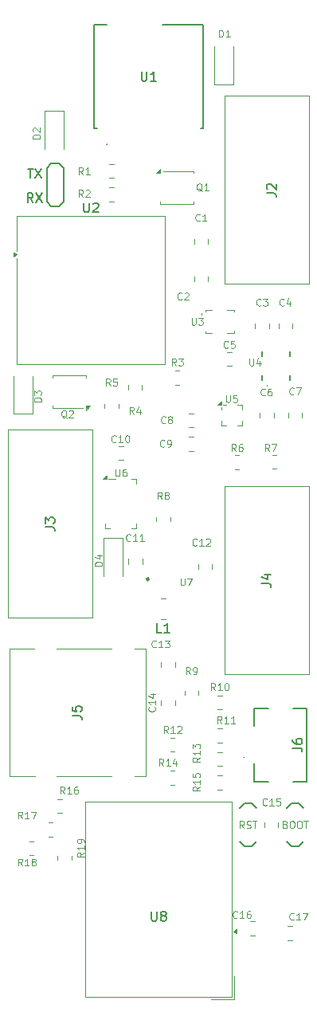
<source format=gbr>
%TF.GenerationSoftware,KiCad,Pcbnew,9.0.1*%
%TF.CreationDate,2025-04-20T11:30:13-04:00*%
%TF.ProjectId,ardentis,61726465-6e74-4697-932e-6b696361645f,A*%
%TF.SameCoordinates,Original*%
%TF.FileFunction,Legend,Top*%
%TF.FilePolarity,Positive*%
%FSLAX46Y46*%
G04 Gerber Fmt 4.6, Leading zero omitted, Abs format (unit mm)*
G04 Created by KiCad (PCBNEW 9.0.1) date 2025-04-20 11:30:13*
%MOMM*%
%LPD*%
G01*
G04 APERTURE LIST*
%ADD10C,0.150000*%
%ADD11C,0.093750*%
%ADD12C,0.120000*%
%ADD13C,0.125000*%
%ADD14C,0.200000*%
%ADD15C,0.250000*%
%ADD16C,0.100000*%
G04 APERTURE END LIST*
D10*
X121158207Y-49869819D02*
X120824874Y-49393628D01*
X120586779Y-49869819D02*
X120586779Y-48869819D01*
X120586779Y-48869819D02*
X120967731Y-48869819D01*
X120967731Y-48869819D02*
X121062969Y-48917438D01*
X121062969Y-48917438D02*
X121110588Y-48965057D01*
X121110588Y-48965057D02*
X121158207Y-49060295D01*
X121158207Y-49060295D02*
X121158207Y-49203152D01*
X121158207Y-49203152D02*
X121110588Y-49298390D01*
X121110588Y-49298390D02*
X121062969Y-49346009D01*
X121062969Y-49346009D02*
X120967731Y-49393628D01*
X120967731Y-49393628D02*
X120586779Y-49393628D01*
X121491541Y-48869819D02*
X122158207Y-49869819D01*
X122158207Y-48869819D02*
X121491541Y-49869819D01*
X120593922Y-46269819D02*
X121165350Y-46269819D01*
X120879636Y-47269819D02*
X120879636Y-46269819D01*
X121403446Y-46269819D02*
X122070112Y-47269819D01*
X122070112Y-46269819D02*
X121403446Y-47269819D01*
X134833333Y-95554819D02*
X134357143Y-95554819D01*
X134357143Y-95554819D02*
X134357143Y-94554819D01*
X135690476Y-95554819D02*
X135119048Y-95554819D01*
X135404762Y-95554819D02*
X135404762Y-94554819D01*
X135404762Y-94554819D02*
X135309524Y-94697676D01*
X135309524Y-94697676D02*
X135214286Y-94792914D01*
X135214286Y-94792914D02*
X135119048Y-94840533D01*
D11*
X124728571Y-72763517D02*
X124657142Y-72727803D01*
X124657142Y-72727803D02*
X124585714Y-72656375D01*
X124585714Y-72656375D02*
X124478571Y-72549232D01*
X124478571Y-72549232D02*
X124407142Y-72513517D01*
X124407142Y-72513517D02*
X124335714Y-72513517D01*
X124371428Y-72692089D02*
X124300000Y-72656375D01*
X124300000Y-72656375D02*
X124228571Y-72584946D01*
X124228571Y-72584946D02*
X124192857Y-72442089D01*
X124192857Y-72442089D02*
X124192857Y-72192089D01*
X124192857Y-72192089D02*
X124228571Y-72049232D01*
X124228571Y-72049232D02*
X124300000Y-71977803D01*
X124300000Y-71977803D02*
X124371428Y-71942089D01*
X124371428Y-71942089D02*
X124514285Y-71942089D01*
X124514285Y-71942089D02*
X124585714Y-71977803D01*
X124585714Y-71977803D02*
X124657142Y-72049232D01*
X124657142Y-72049232D02*
X124692857Y-72192089D01*
X124692857Y-72192089D02*
X124692857Y-72442089D01*
X124692857Y-72442089D02*
X124657142Y-72584946D01*
X124657142Y-72584946D02*
X124585714Y-72656375D01*
X124585714Y-72656375D02*
X124514285Y-72692089D01*
X124514285Y-72692089D02*
X124371428Y-72692089D01*
X124978571Y-72013517D02*
X125014285Y-71977803D01*
X125014285Y-71977803D02*
X125085714Y-71942089D01*
X125085714Y-71942089D02*
X125264285Y-71942089D01*
X125264285Y-71942089D02*
X125335714Y-71977803D01*
X125335714Y-71977803D02*
X125371428Y-72013517D01*
X125371428Y-72013517D02*
X125407142Y-72084946D01*
X125407142Y-72084946D02*
X125407142Y-72156375D01*
X125407142Y-72156375D02*
X125371428Y-72263517D01*
X125371428Y-72263517D02*
X124942856Y-72692089D01*
X124942856Y-72692089D02*
X125407142Y-72692089D01*
X139128571Y-48663517D02*
X139057142Y-48627803D01*
X139057142Y-48627803D02*
X138985714Y-48556375D01*
X138985714Y-48556375D02*
X138878571Y-48449232D01*
X138878571Y-48449232D02*
X138807142Y-48413517D01*
X138807142Y-48413517D02*
X138735714Y-48413517D01*
X138771428Y-48592089D02*
X138700000Y-48556375D01*
X138700000Y-48556375D02*
X138628571Y-48484946D01*
X138628571Y-48484946D02*
X138592857Y-48342089D01*
X138592857Y-48342089D02*
X138592857Y-48092089D01*
X138592857Y-48092089D02*
X138628571Y-47949232D01*
X138628571Y-47949232D02*
X138700000Y-47877803D01*
X138700000Y-47877803D02*
X138771428Y-47842089D01*
X138771428Y-47842089D02*
X138914285Y-47842089D01*
X138914285Y-47842089D02*
X138985714Y-47877803D01*
X138985714Y-47877803D02*
X139057142Y-47949232D01*
X139057142Y-47949232D02*
X139092857Y-48092089D01*
X139092857Y-48092089D02*
X139092857Y-48342089D01*
X139092857Y-48342089D02*
X139057142Y-48484946D01*
X139057142Y-48484946D02*
X138985714Y-48556375D01*
X138985714Y-48556375D02*
X138914285Y-48592089D01*
X138914285Y-48592089D02*
X138771428Y-48592089D01*
X139807142Y-48592089D02*
X139378571Y-48592089D01*
X139592856Y-48592089D02*
X139592856Y-47842089D01*
X139592856Y-47842089D02*
X139521428Y-47949232D01*
X139521428Y-47949232D02*
X139449999Y-48020660D01*
X139449999Y-48020660D02*
X139378571Y-48056375D01*
X129928571Y-78192089D02*
X129928571Y-78799232D01*
X129928571Y-78799232D02*
X129964285Y-78870660D01*
X129964285Y-78870660D02*
X130000000Y-78906375D01*
X130000000Y-78906375D02*
X130071428Y-78942089D01*
X130071428Y-78942089D02*
X130214285Y-78942089D01*
X130214285Y-78942089D02*
X130285714Y-78906375D01*
X130285714Y-78906375D02*
X130321428Y-78870660D01*
X130321428Y-78870660D02*
X130357142Y-78799232D01*
X130357142Y-78799232D02*
X130357142Y-78192089D01*
X131035714Y-78192089D02*
X130892856Y-78192089D01*
X130892856Y-78192089D02*
X130821428Y-78227803D01*
X130821428Y-78227803D02*
X130785714Y-78263517D01*
X130785714Y-78263517D02*
X130714285Y-78370660D01*
X130714285Y-78370660D02*
X130678571Y-78513517D01*
X130678571Y-78513517D02*
X130678571Y-78799232D01*
X130678571Y-78799232D02*
X130714285Y-78870660D01*
X130714285Y-78870660D02*
X130749999Y-78906375D01*
X130749999Y-78906375D02*
X130821428Y-78942089D01*
X130821428Y-78942089D02*
X130964285Y-78942089D01*
X130964285Y-78942089D02*
X131035714Y-78906375D01*
X131035714Y-78906375D02*
X131071428Y-78870660D01*
X131071428Y-78870660D02*
X131107142Y-78799232D01*
X131107142Y-78799232D02*
X131107142Y-78620660D01*
X131107142Y-78620660D02*
X131071428Y-78549232D01*
X131071428Y-78549232D02*
X131035714Y-78513517D01*
X131035714Y-78513517D02*
X130964285Y-78477803D01*
X130964285Y-78477803D02*
X130821428Y-78477803D01*
X130821428Y-78477803D02*
X130749999Y-78513517D01*
X130749999Y-78513517D02*
X130714285Y-78549232D01*
X130714285Y-78549232D02*
X130678571Y-78620660D01*
X144178571Y-66442089D02*
X144178571Y-67049232D01*
X144178571Y-67049232D02*
X144214285Y-67120660D01*
X144214285Y-67120660D02*
X144250000Y-67156375D01*
X144250000Y-67156375D02*
X144321428Y-67192089D01*
X144321428Y-67192089D02*
X144464285Y-67192089D01*
X144464285Y-67192089D02*
X144535714Y-67156375D01*
X144535714Y-67156375D02*
X144571428Y-67120660D01*
X144571428Y-67120660D02*
X144607142Y-67049232D01*
X144607142Y-67049232D02*
X144607142Y-66442089D01*
X145285714Y-66692089D02*
X145285714Y-67192089D01*
X145107142Y-66406375D02*
X144928571Y-66942089D01*
X144928571Y-66942089D02*
X145392856Y-66942089D01*
D10*
X126550595Y-49904819D02*
X126550595Y-50714342D01*
X126550595Y-50714342D02*
X126598214Y-50809580D01*
X126598214Y-50809580D02*
X126645833Y-50857200D01*
X126645833Y-50857200D02*
X126741071Y-50904819D01*
X126741071Y-50904819D02*
X126931547Y-50904819D01*
X126931547Y-50904819D02*
X127026785Y-50857200D01*
X127026785Y-50857200D02*
X127074404Y-50809580D01*
X127074404Y-50809580D02*
X127122023Y-50714342D01*
X127122023Y-50714342D02*
X127122023Y-49904819D01*
X127550595Y-50000057D02*
X127598214Y-49952438D01*
X127598214Y-49952438D02*
X127693452Y-49904819D01*
X127693452Y-49904819D02*
X127931547Y-49904819D01*
X127931547Y-49904819D02*
X128026785Y-49952438D01*
X128026785Y-49952438D02*
X128074404Y-50000057D01*
X128074404Y-50000057D02*
X128122023Y-50095295D01*
X128122023Y-50095295D02*
X128122023Y-50190533D01*
X128122023Y-50190533D02*
X128074404Y-50333390D01*
X128074404Y-50333390D02*
X127502976Y-50904819D01*
X127502976Y-50904819D02*
X128122023Y-50904819D01*
D11*
X143589285Y-116342089D02*
X143339285Y-115984946D01*
X143160714Y-116342089D02*
X143160714Y-115592089D01*
X143160714Y-115592089D02*
X143446428Y-115592089D01*
X143446428Y-115592089D02*
X143517857Y-115627803D01*
X143517857Y-115627803D02*
X143553571Y-115663517D01*
X143553571Y-115663517D02*
X143589285Y-115734946D01*
X143589285Y-115734946D02*
X143589285Y-115842089D01*
X143589285Y-115842089D02*
X143553571Y-115913517D01*
X143553571Y-115913517D02*
X143517857Y-115949232D01*
X143517857Y-115949232D02*
X143446428Y-115984946D01*
X143446428Y-115984946D02*
X143160714Y-115984946D01*
X143875000Y-116306375D02*
X143982143Y-116342089D01*
X143982143Y-116342089D02*
X144160714Y-116342089D01*
X144160714Y-116342089D02*
X144232143Y-116306375D01*
X144232143Y-116306375D02*
X144267857Y-116270660D01*
X144267857Y-116270660D02*
X144303571Y-116199232D01*
X144303571Y-116199232D02*
X144303571Y-116127803D01*
X144303571Y-116127803D02*
X144267857Y-116056375D01*
X144267857Y-116056375D02*
X144232143Y-116020660D01*
X144232143Y-116020660D02*
X144160714Y-115984946D01*
X144160714Y-115984946D02*
X144017857Y-115949232D01*
X144017857Y-115949232D02*
X143946428Y-115913517D01*
X143946428Y-115913517D02*
X143910714Y-115877803D01*
X143910714Y-115877803D02*
X143875000Y-115806375D01*
X143875000Y-115806375D02*
X143875000Y-115734946D01*
X143875000Y-115734946D02*
X143910714Y-115663517D01*
X143910714Y-115663517D02*
X143946428Y-115627803D01*
X143946428Y-115627803D02*
X144017857Y-115592089D01*
X144017857Y-115592089D02*
X144196428Y-115592089D01*
X144196428Y-115592089D02*
X144303571Y-115627803D01*
X144517857Y-115592089D02*
X144946429Y-115592089D01*
X144732143Y-116342089D02*
X144732143Y-115592089D01*
X147982143Y-115929232D02*
X148089286Y-115964946D01*
X148089286Y-115964946D02*
X148125000Y-116000660D01*
X148125000Y-116000660D02*
X148160714Y-116072089D01*
X148160714Y-116072089D02*
X148160714Y-116179232D01*
X148160714Y-116179232D02*
X148125000Y-116250660D01*
X148125000Y-116250660D02*
X148089286Y-116286375D01*
X148089286Y-116286375D02*
X148017857Y-116322089D01*
X148017857Y-116322089D02*
X147732143Y-116322089D01*
X147732143Y-116322089D02*
X147732143Y-115572089D01*
X147732143Y-115572089D02*
X147982143Y-115572089D01*
X147982143Y-115572089D02*
X148053572Y-115607803D01*
X148053572Y-115607803D02*
X148089286Y-115643517D01*
X148089286Y-115643517D02*
X148125000Y-115714946D01*
X148125000Y-115714946D02*
X148125000Y-115786375D01*
X148125000Y-115786375D02*
X148089286Y-115857803D01*
X148089286Y-115857803D02*
X148053572Y-115893517D01*
X148053572Y-115893517D02*
X147982143Y-115929232D01*
X147982143Y-115929232D02*
X147732143Y-115929232D01*
X148625000Y-115572089D02*
X148767857Y-115572089D01*
X148767857Y-115572089D02*
X148839286Y-115607803D01*
X148839286Y-115607803D02*
X148910714Y-115679232D01*
X148910714Y-115679232D02*
X148946429Y-115822089D01*
X148946429Y-115822089D02*
X148946429Y-116072089D01*
X148946429Y-116072089D02*
X148910714Y-116214946D01*
X148910714Y-116214946D02*
X148839286Y-116286375D01*
X148839286Y-116286375D02*
X148767857Y-116322089D01*
X148767857Y-116322089D02*
X148625000Y-116322089D01*
X148625000Y-116322089D02*
X148553572Y-116286375D01*
X148553572Y-116286375D02*
X148482143Y-116214946D01*
X148482143Y-116214946D02*
X148446429Y-116072089D01*
X148446429Y-116072089D02*
X148446429Y-115822089D01*
X148446429Y-115822089D02*
X148482143Y-115679232D01*
X148482143Y-115679232D02*
X148553572Y-115607803D01*
X148553572Y-115607803D02*
X148625000Y-115572089D01*
X149410714Y-115572089D02*
X149553571Y-115572089D01*
X149553571Y-115572089D02*
X149625000Y-115607803D01*
X149625000Y-115607803D02*
X149696428Y-115679232D01*
X149696428Y-115679232D02*
X149732143Y-115822089D01*
X149732143Y-115822089D02*
X149732143Y-116072089D01*
X149732143Y-116072089D02*
X149696428Y-116214946D01*
X149696428Y-116214946D02*
X149625000Y-116286375D01*
X149625000Y-116286375D02*
X149553571Y-116322089D01*
X149553571Y-116322089D02*
X149410714Y-116322089D01*
X149410714Y-116322089D02*
X149339286Y-116286375D01*
X149339286Y-116286375D02*
X149267857Y-116214946D01*
X149267857Y-116214946D02*
X149232143Y-116072089D01*
X149232143Y-116072089D02*
X149232143Y-115822089D01*
X149232143Y-115822089D02*
X149267857Y-115679232D01*
X149267857Y-115679232D02*
X149339286Y-115607803D01*
X149339286Y-115607803D02*
X149410714Y-115572089D01*
X149946428Y-115572089D02*
X150375000Y-115572089D01*
X150160714Y-116322089D02*
X150160714Y-115572089D01*
X134217856Y-97070660D02*
X134182142Y-97106375D01*
X134182142Y-97106375D02*
X134074999Y-97142089D01*
X134074999Y-97142089D02*
X134003571Y-97142089D01*
X134003571Y-97142089D02*
X133896428Y-97106375D01*
X133896428Y-97106375D02*
X133824999Y-97034946D01*
X133824999Y-97034946D02*
X133789285Y-96963517D01*
X133789285Y-96963517D02*
X133753571Y-96820660D01*
X133753571Y-96820660D02*
X133753571Y-96713517D01*
X133753571Y-96713517D02*
X133789285Y-96570660D01*
X133789285Y-96570660D02*
X133824999Y-96499232D01*
X133824999Y-96499232D02*
X133896428Y-96427803D01*
X133896428Y-96427803D02*
X134003571Y-96392089D01*
X134003571Y-96392089D02*
X134074999Y-96392089D01*
X134074999Y-96392089D02*
X134182142Y-96427803D01*
X134182142Y-96427803D02*
X134217856Y-96463517D01*
X134932142Y-97142089D02*
X134503571Y-97142089D01*
X134717856Y-97142089D02*
X134717856Y-96392089D01*
X134717856Y-96392089D02*
X134646428Y-96499232D01*
X134646428Y-96499232D02*
X134574999Y-96570660D01*
X134574999Y-96570660D02*
X134503571Y-96606375D01*
X135182142Y-96392089D02*
X135646428Y-96392089D01*
X135646428Y-96392089D02*
X135396428Y-96677803D01*
X135396428Y-96677803D02*
X135503571Y-96677803D01*
X135503571Y-96677803D02*
X135575000Y-96713517D01*
X135575000Y-96713517D02*
X135610714Y-96749232D01*
X135610714Y-96749232D02*
X135646428Y-96820660D01*
X135646428Y-96820660D02*
X135646428Y-96999232D01*
X135646428Y-96999232D02*
X135610714Y-97070660D01*
X135610714Y-97070660D02*
X135575000Y-97106375D01*
X135575000Y-97106375D02*
X135503571Y-97142089D01*
X135503571Y-97142089D02*
X135289285Y-97142089D01*
X135289285Y-97142089D02*
X135217857Y-97106375D01*
X135217857Y-97106375D02*
X135182142Y-97070660D01*
X135517856Y-106242089D02*
X135267856Y-105884946D01*
X135089285Y-106242089D02*
X135089285Y-105492089D01*
X135089285Y-105492089D02*
X135374999Y-105492089D01*
X135374999Y-105492089D02*
X135446428Y-105527803D01*
X135446428Y-105527803D02*
X135482142Y-105563517D01*
X135482142Y-105563517D02*
X135517856Y-105634946D01*
X135517856Y-105634946D02*
X135517856Y-105742089D01*
X135517856Y-105742089D02*
X135482142Y-105813517D01*
X135482142Y-105813517D02*
X135446428Y-105849232D01*
X135446428Y-105849232D02*
X135374999Y-105884946D01*
X135374999Y-105884946D02*
X135089285Y-105884946D01*
X136232142Y-106242089D02*
X135803571Y-106242089D01*
X136017856Y-106242089D02*
X136017856Y-105492089D01*
X136017856Y-105492089D02*
X135946428Y-105599232D01*
X135946428Y-105599232D02*
X135874999Y-105670660D01*
X135874999Y-105670660D02*
X135803571Y-105706375D01*
X136517857Y-105563517D02*
X136553571Y-105527803D01*
X136553571Y-105527803D02*
X136625000Y-105492089D01*
X136625000Y-105492089D02*
X136803571Y-105492089D01*
X136803571Y-105492089D02*
X136875000Y-105527803D01*
X136875000Y-105527803D02*
X136910714Y-105563517D01*
X136910714Y-105563517D02*
X136946428Y-105634946D01*
X136946428Y-105634946D02*
X136946428Y-105706375D01*
X136946428Y-105706375D02*
X136910714Y-105813517D01*
X136910714Y-105813517D02*
X136482142Y-106242089D01*
X136482142Y-106242089D02*
X136946428Y-106242089D01*
X140946428Y-32292089D02*
X140946428Y-31542089D01*
X140946428Y-31542089D02*
X141124999Y-31542089D01*
X141124999Y-31542089D02*
X141232142Y-31577803D01*
X141232142Y-31577803D02*
X141303571Y-31649232D01*
X141303571Y-31649232D02*
X141339285Y-31720660D01*
X141339285Y-31720660D02*
X141374999Y-31863517D01*
X141374999Y-31863517D02*
X141374999Y-31970660D01*
X141374999Y-31970660D02*
X141339285Y-32113517D01*
X141339285Y-32113517D02*
X141303571Y-32184946D01*
X141303571Y-32184946D02*
X141232142Y-32256375D01*
X141232142Y-32256375D02*
X141124999Y-32292089D01*
X141124999Y-32292089D02*
X140946428Y-32292089D01*
X142089285Y-32292089D02*
X141660714Y-32292089D01*
X141874999Y-32292089D02*
X141874999Y-31542089D01*
X141874999Y-31542089D02*
X141803571Y-31649232D01*
X141803571Y-31649232D02*
X141732142Y-31720660D01*
X141732142Y-31720660D02*
X141660714Y-31756375D01*
X147824999Y-60770660D02*
X147789285Y-60806375D01*
X147789285Y-60806375D02*
X147682142Y-60842089D01*
X147682142Y-60842089D02*
X147610714Y-60842089D01*
X147610714Y-60842089D02*
X147503571Y-60806375D01*
X147503571Y-60806375D02*
X147432142Y-60734946D01*
X147432142Y-60734946D02*
X147396428Y-60663517D01*
X147396428Y-60663517D02*
X147360714Y-60520660D01*
X147360714Y-60520660D02*
X147360714Y-60413517D01*
X147360714Y-60413517D02*
X147396428Y-60270660D01*
X147396428Y-60270660D02*
X147432142Y-60199232D01*
X147432142Y-60199232D02*
X147503571Y-60127803D01*
X147503571Y-60127803D02*
X147610714Y-60092089D01*
X147610714Y-60092089D02*
X147682142Y-60092089D01*
X147682142Y-60092089D02*
X147789285Y-60127803D01*
X147789285Y-60127803D02*
X147824999Y-60163517D01*
X148467857Y-60342089D02*
X148467857Y-60842089D01*
X148289285Y-60056375D02*
X148110714Y-60592089D01*
X148110714Y-60592089D02*
X148574999Y-60592089D01*
X145374999Y-60770660D02*
X145339285Y-60806375D01*
X145339285Y-60806375D02*
X145232142Y-60842089D01*
X145232142Y-60842089D02*
X145160714Y-60842089D01*
X145160714Y-60842089D02*
X145053571Y-60806375D01*
X145053571Y-60806375D02*
X144982142Y-60734946D01*
X144982142Y-60734946D02*
X144946428Y-60663517D01*
X144946428Y-60663517D02*
X144910714Y-60520660D01*
X144910714Y-60520660D02*
X144910714Y-60413517D01*
X144910714Y-60413517D02*
X144946428Y-60270660D01*
X144946428Y-60270660D02*
X144982142Y-60199232D01*
X144982142Y-60199232D02*
X145053571Y-60127803D01*
X145053571Y-60127803D02*
X145160714Y-60092089D01*
X145160714Y-60092089D02*
X145232142Y-60092089D01*
X145232142Y-60092089D02*
X145339285Y-60127803D01*
X145339285Y-60127803D02*
X145374999Y-60163517D01*
X145624999Y-60092089D02*
X146089285Y-60092089D01*
X146089285Y-60092089D02*
X145839285Y-60377803D01*
X145839285Y-60377803D02*
X145946428Y-60377803D01*
X145946428Y-60377803D02*
X146017857Y-60413517D01*
X146017857Y-60413517D02*
X146053571Y-60449232D01*
X146053571Y-60449232D02*
X146089285Y-60520660D01*
X146089285Y-60520660D02*
X146089285Y-60699232D01*
X146089285Y-60699232D02*
X146053571Y-60770660D01*
X146053571Y-60770660D02*
X146017857Y-60806375D01*
X146017857Y-60806375D02*
X145946428Y-60842089D01*
X145946428Y-60842089D02*
X145732142Y-60842089D01*
X145732142Y-60842089D02*
X145660714Y-60806375D01*
X145660714Y-60806375D02*
X145624999Y-60770660D01*
X146017856Y-113870660D02*
X145982142Y-113906375D01*
X145982142Y-113906375D02*
X145874999Y-113942089D01*
X145874999Y-113942089D02*
X145803571Y-113942089D01*
X145803571Y-113942089D02*
X145696428Y-113906375D01*
X145696428Y-113906375D02*
X145624999Y-113834946D01*
X145624999Y-113834946D02*
X145589285Y-113763517D01*
X145589285Y-113763517D02*
X145553571Y-113620660D01*
X145553571Y-113620660D02*
X145553571Y-113513517D01*
X145553571Y-113513517D02*
X145589285Y-113370660D01*
X145589285Y-113370660D02*
X145624999Y-113299232D01*
X145624999Y-113299232D02*
X145696428Y-113227803D01*
X145696428Y-113227803D02*
X145803571Y-113192089D01*
X145803571Y-113192089D02*
X145874999Y-113192089D01*
X145874999Y-113192089D02*
X145982142Y-113227803D01*
X145982142Y-113227803D02*
X146017856Y-113263517D01*
X146732142Y-113942089D02*
X146303571Y-113942089D01*
X146517856Y-113942089D02*
X146517856Y-113192089D01*
X146517856Y-113192089D02*
X146446428Y-113299232D01*
X146446428Y-113299232D02*
X146374999Y-113370660D01*
X146374999Y-113370660D02*
X146303571Y-113406375D01*
X147410714Y-113192089D02*
X147053571Y-113192089D01*
X147053571Y-113192089D02*
X147017857Y-113549232D01*
X147017857Y-113549232D02*
X147053571Y-113513517D01*
X147053571Y-113513517D02*
X147125000Y-113477803D01*
X147125000Y-113477803D02*
X147303571Y-113477803D01*
X147303571Y-113477803D02*
X147375000Y-113513517D01*
X147375000Y-113513517D02*
X147410714Y-113549232D01*
X147410714Y-113549232D02*
X147446428Y-113620660D01*
X147446428Y-113620660D02*
X147446428Y-113799232D01*
X147446428Y-113799232D02*
X147410714Y-113870660D01*
X147410714Y-113870660D02*
X147375000Y-113906375D01*
X147375000Y-113906375D02*
X147303571Y-113942089D01*
X147303571Y-113942089D02*
X147125000Y-113942089D01*
X147125000Y-113942089D02*
X147053571Y-113906375D01*
X147053571Y-113906375D02*
X147017857Y-113870660D01*
X120017856Y-120342089D02*
X119767856Y-119984946D01*
X119589285Y-120342089D02*
X119589285Y-119592089D01*
X119589285Y-119592089D02*
X119874999Y-119592089D01*
X119874999Y-119592089D02*
X119946428Y-119627803D01*
X119946428Y-119627803D02*
X119982142Y-119663517D01*
X119982142Y-119663517D02*
X120017856Y-119734946D01*
X120017856Y-119734946D02*
X120017856Y-119842089D01*
X120017856Y-119842089D02*
X119982142Y-119913517D01*
X119982142Y-119913517D02*
X119946428Y-119949232D01*
X119946428Y-119949232D02*
X119874999Y-119984946D01*
X119874999Y-119984946D02*
X119589285Y-119984946D01*
X120732142Y-120342089D02*
X120303571Y-120342089D01*
X120517856Y-120342089D02*
X120517856Y-119592089D01*
X120517856Y-119592089D02*
X120446428Y-119699232D01*
X120446428Y-119699232D02*
X120374999Y-119770660D01*
X120374999Y-119770660D02*
X120303571Y-119806375D01*
X121160714Y-119913517D02*
X121089285Y-119877803D01*
X121089285Y-119877803D02*
X121053571Y-119842089D01*
X121053571Y-119842089D02*
X121017857Y-119770660D01*
X121017857Y-119770660D02*
X121017857Y-119734946D01*
X121017857Y-119734946D02*
X121053571Y-119663517D01*
X121053571Y-119663517D02*
X121089285Y-119627803D01*
X121089285Y-119627803D02*
X121160714Y-119592089D01*
X121160714Y-119592089D02*
X121303571Y-119592089D01*
X121303571Y-119592089D02*
X121375000Y-119627803D01*
X121375000Y-119627803D02*
X121410714Y-119663517D01*
X121410714Y-119663517D02*
X121446428Y-119734946D01*
X121446428Y-119734946D02*
X121446428Y-119770660D01*
X121446428Y-119770660D02*
X121410714Y-119842089D01*
X121410714Y-119842089D02*
X121375000Y-119877803D01*
X121375000Y-119877803D02*
X121303571Y-119913517D01*
X121303571Y-119913517D02*
X121160714Y-119913517D01*
X121160714Y-119913517D02*
X121089285Y-119949232D01*
X121089285Y-119949232D02*
X121053571Y-119984946D01*
X121053571Y-119984946D02*
X121017857Y-120056375D01*
X121017857Y-120056375D02*
X121017857Y-120199232D01*
X121017857Y-120199232D02*
X121053571Y-120270660D01*
X121053571Y-120270660D02*
X121089285Y-120306375D01*
X121089285Y-120306375D02*
X121160714Y-120342089D01*
X121160714Y-120342089D02*
X121303571Y-120342089D01*
X121303571Y-120342089D02*
X121375000Y-120306375D01*
X121375000Y-120306375D02*
X121410714Y-120270660D01*
X121410714Y-120270660D02*
X121446428Y-120199232D01*
X121446428Y-120199232D02*
X121446428Y-120056375D01*
X121446428Y-120056375D02*
X121410714Y-119984946D01*
X121410714Y-119984946D02*
X121375000Y-119949232D01*
X121375000Y-119949232D02*
X121303571Y-119913517D01*
X124517856Y-112692089D02*
X124267856Y-112334946D01*
X124089285Y-112692089D02*
X124089285Y-111942089D01*
X124089285Y-111942089D02*
X124374999Y-111942089D01*
X124374999Y-111942089D02*
X124446428Y-111977803D01*
X124446428Y-111977803D02*
X124482142Y-112013517D01*
X124482142Y-112013517D02*
X124517856Y-112084946D01*
X124517856Y-112084946D02*
X124517856Y-112192089D01*
X124517856Y-112192089D02*
X124482142Y-112263517D01*
X124482142Y-112263517D02*
X124446428Y-112299232D01*
X124446428Y-112299232D02*
X124374999Y-112334946D01*
X124374999Y-112334946D02*
X124089285Y-112334946D01*
X125232142Y-112692089D02*
X124803571Y-112692089D01*
X125017856Y-112692089D02*
X125017856Y-111942089D01*
X125017856Y-111942089D02*
X124946428Y-112049232D01*
X124946428Y-112049232D02*
X124874999Y-112120660D01*
X124874999Y-112120660D02*
X124803571Y-112156375D01*
X125875000Y-111942089D02*
X125732142Y-111942089D01*
X125732142Y-111942089D02*
X125660714Y-111977803D01*
X125660714Y-111977803D02*
X125625000Y-112013517D01*
X125625000Y-112013517D02*
X125553571Y-112120660D01*
X125553571Y-112120660D02*
X125517857Y-112263517D01*
X125517857Y-112263517D02*
X125517857Y-112549232D01*
X125517857Y-112549232D02*
X125553571Y-112620660D01*
X125553571Y-112620660D02*
X125589285Y-112656375D01*
X125589285Y-112656375D02*
X125660714Y-112692089D01*
X125660714Y-112692089D02*
X125803571Y-112692089D01*
X125803571Y-112692089D02*
X125875000Y-112656375D01*
X125875000Y-112656375D02*
X125910714Y-112620660D01*
X125910714Y-112620660D02*
X125946428Y-112549232D01*
X125946428Y-112549232D02*
X125946428Y-112370660D01*
X125946428Y-112370660D02*
X125910714Y-112299232D01*
X125910714Y-112299232D02*
X125875000Y-112263517D01*
X125875000Y-112263517D02*
X125803571Y-112227803D01*
X125803571Y-112227803D02*
X125660714Y-112227803D01*
X125660714Y-112227803D02*
X125589285Y-112263517D01*
X125589285Y-112263517D02*
X125553571Y-112299232D01*
X125553571Y-112299232D02*
X125517857Y-112370660D01*
X126474999Y-49292089D02*
X126224999Y-48934946D01*
X126046428Y-49292089D02*
X126046428Y-48542089D01*
X126046428Y-48542089D02*
X126332142Y-48542089D01*
X126332142Y-48542089D02*
X126403571Y-48577803D01*
X126403571Y-48577803D02*
X126439285Y-48613517D01*
X126439285Y-48613517D02*
X126474999Y-48684946D01*
X126474999Y-48684946D02*
X126474999Y-48792089D01*
X126474999Y-48792089D02*
X126439285Y-48863517D01*
X126439285Y-48863517D02*
X126403571Y-48899232D01*
X126403571Y-48899232D02*
X126332142Y-48934946D01*
X126332142Y-48934946D02*
X126046428Y-48934946D01*
X126760714Y-48613517D02*
X126796428Y-48577803D01*
X126796428Y-48577803D02*
X126867857Y-48542089D01*
X126867857Y-48542089D02*
X127046428Y-48542089D01*
X127046428Y-48542089D02*
X127117857Y-48577803D01*
X127117857Y-48577803D02*
X127153571Y-48613517D01*
X127153571Y-48613517D02*
X127189285Y-48684946D01*
X127189285Y-48684946D02*
X127189285Y-48756375D01*
X127189285Y-48756375D02*
X127153571Y-48863517D01*
X127153571Y-48863517D02*
X126724999Y-49292089D01*
X126724999Y-49292089D02*
X127189285Y-49292089D01*
X136828571Y-89792089D02*
X136828571Y-90399232D01*
X136828571Y-90399232D02*
X136864285Y-90470660D01*
X136864285Y-90470660D02*
X136900000Y-90506375D01*
X136900000Y-90506375D02*
X136971428Y-90542089D01*
X136971428Y-90542089D02*
X137114285Y-90542089D01*
X137114285Y-90542089D02*
X137185714Y-90506375D01*
X137185714Y-90506375D02*
X137221428Y-90470660D01*
X137221428Y-90470660D02*
X137257142Y-90399232D01*
X137257142Y-90399232D02*
X137257142Y-89792089D01*
X137542856Y-89792089D02*
X138042856Y-89792089D01*
X138042856Y-89792089D02*
X137721428Y-90542089D01*
X146274999Y-76292089D02*
X146024999Y-75934946D01*
X145846428Y-76292089D02*
X145846428Y-75542089D01*
X145846428Y-75542089D02*
X146132142Y-75542089D01*
X146132142Y-75542089D02*
X146203571Y-75577803D01*
X146203571Y-75577803D02*
X146239285Y-75613517D01*
X146239285Y-75613517D02*
X146274999Y-75684946D01*
X146274999Y-75684946D02*
X146274999Y-75792089D01*
X146274999Y-75792089D02*
X146239285Y-75863517D01*
X146239285Y-75863517D02*
X146203571Y-75899232D01*
X146203571Y-75899232D02*
X146132142Y-75934946D01*
X146132142Y-75934946D02*
X145846428Y-75934946D01*
X146524999Y-75542089D02*
X147024999Y-75542089D01*
X147024999Y-75542089D02*
X146703571Y-76292089D01*
X141678571Y-70342089D02*
X141678571Y-70949232D01*
X141678571Y-70949232D02*
X141714285Y-71020660D01*
X141714285Y-71020660D02*
X141750000Y-71056375D01*
X141750000Y-71056375D02*
X141821428Y-71092089D01*
X141821428Y-71092089D02*
X141964285Y-71092089D01*
X141964285Y-71092089D02*
X142035714Y-71056375D01*
X142035714Y-71056375D02*
X142071428Y-71020660D01*
X142071428Y-71020660D02*
X142107142Y-70949232D01*
X142107142Y-70949232D02*
X142107142Y-70342089D01*
X142821428Y-70342089D02*
X142464285Y-70342089D01*
X142464285Y-70342089D02*
X142428571Y-70699232D01*
X142428571Y-70699232D02*
X142464285Y-70663517D01*
X142464285Y-70663517D02*
X142535714Y-70627803D01*
X142535714Y-70627803D02*
X142714285Y-70627803D01*
X142714285Y-70627803D02*
X142785714Y-70663517D01*
X142785714Y-70663517D02*
X142821428Y-70699232D01*
X142821428Y-70699232D02*
X142857142Y-70770660D01*
X142857142Y-70770660D02*
X142857142Y-70949232D01*
X142857142Y-70949232D02*
X142821428Y-71020660D01*
X142821428Y-71020660D02*
X142785714Y-71056375D01*
X142785714Y-71056375D02*
X142714285Y-71092089D01*
X142714285Y-71092089D02*
X142535714Y-71092089D01*
X142535714Y-71092089D02*
X142464285Y-71056375D01*
X142464285Y-71056375D02*
X142428571Y-71020660D01*
X134090660Y-103482143D02*
X134126375Y-103517857D01*
X134126375Y-103517857D02*
X134162089Y-103625000D01*
X134162089Y-103625000D02*
X134162089Y-103696428D01*
X134162089Y-103696428D02*
X134126375Y-103803571D01*
X134126375Y-103803571D02*
X134054946Y-103875000D01*
X134054946Y-103875000D02*
X133983517Y-103910714D01*
X133983517Y-103910714D02*
X133840660Y-103946428D01*
X133840660Y-103946428D02*
X133733517Y-103946428D01*
X133733517Y-103946428D02*
X133590660Y-103910714D01*
X133590660Y-103910714D02*
X133519232Y-103875000D01*
X133519232Y-103875000D02*
X133447803Y-103803571D01*
X133447803Y-103803571D02*
X133412089Y-103696428D01*
X133412089Y-103696428D02*
X133412089Y-103625000D01*
X133412089Y-103625000D02*
X133447803Y-103517857D01*
X133447803Y-103517857D02*
X133483517Y-103482143D01*
X134162089Y-102767857D02*
X134162089Y-103196428D01*
X134162089Y-102982143D02*
X133412089Y-102982143D01*
X133412089Y-102982143D02*
X133519232Y-103053571D01*
X133519232Y-103053571D02*
X133590660Y-103125000D01*
X133590660Y-103125000D02*
X133626375Y-103196428D01*
X133662089Y-102125000D02*
X134162089Y-102125000D01*
X133376375Y-102303571D02*
X133912089Y-102482142D01*
X133912089Y-102482142D02*
X133912089Y-102017857D01*
X136974999Y-60120660D02*
X136939285Y-60156375D01*
X136939285Y-60156375D02*
X136832142Y-60192089D01*
X136832142Y-60192089D02*
X136760714Y-60192089D01*
X136760714Y-60192089D02*
X136653571Y-60156375D01*
X136653571Y-60156375D02*
X136582142Y-60084946D01*
X136582142Y-60084946D02*
X136546428Y-60013517D01*
X136546428Y-60013517D02*
X136510714Y-59870660D01*
X136510714Y-59870660D02*
X136510714Y-59763517D01*
X136510714Y-59763517D02*
X136546428Y-59620660D01*
X136546428Y-59620660D02*
X136582142Y-59549232D01*
X136582142Y-59549232D02*
X136653571Y-59477803D01*
X136653571Y-59477803D02*
X136760714Y-59442089D01*
X136760714Y-59442089D02*
X136832142Y-59442089D01*
X136832142Y-59442089D02*
X136939285Y-59477803D01*
X136939285Y-59477803D02*
X136974999Y-59513517D01*
X137260714Y-59513517D02*
X137296428Y-59477803D01*
X137296428Y-59477803D02*
X137367857Y-59442089D01*
X137367857Y-59442089D02*
X137546428Y-59442089D01*
X137546428Y-59442089D02*
X137617857Y-59477803D01*
X137617857Y-59477803D02*
X137653571Y-59513517D01*
X137653571Y-59513517D02*
X137689285Y-59584946D01*
X137689285Y-59584946D02*
X137689285Y-59656375D01*
X137689285Y-59656375D02*
X137653571Y-59763517D01*
X137653571Y-59763517D02*
X137224999Y-60192089D01*
X137224999Y-60192089D02*
X137689285Y-60192089D01*
X129967856Y-75270660D02*
X129932142Y-75306375D01*
X129932142Y-75306375D02*
X129824999Y-75342089D01*
X129824999Y-75342089D02*
X129753571Y-75342089D01*
X129753571Y-75342089D02*
X129646428Y-75306375D01*
X129646428Y-75306375D02*
X129574999Y-75234946D01*
X129574999Y-75234946D02*
X129539285Y-75163517D01*
X129539285Y-75163517D02*
X129503571Y-75020660D01*
X129503571Y-75020660D02*
X129503571Y-74913517D01*
X129503571Y-74913517D02*
X129539285Y-74770660D01*
X129539285Y-74770660D02*
X129574999Y-74699232D01*
X129574999Y-74699232D02*
X129646428Y-74627803D01*
X129646428Y-74627803D02*
X129753571Y-74592089D01*
X129753571Y-74592089D02*
X129824999Y-74592089D01*
X129824999Y-74592089D02*
X129932142Y-74627803D01*
X129932142Y-74627803D02*
X129967856Y-74663517D01*
X130682142Y-75342089D02*
X130253571Y-75342089D01*
X130467856Y-75342089D02*
X130467856Y-74592089D01*
X130467856Y-74592089D02*
X130396428Y-74699232D01*
X130396428Y-74699232D02*
X130324999Y-74770660D01*
X130324999Y-74770660D02*
X130253571Y-74806375D01*
X131146428Y-74592089D02*
X131217857Y-74592089D01*
X131217857Y-74592089D02*
X131289285Y-74627803D01*
X131289285Y-74627803D02*
X131325000Y-74663517D01*
X131325000Y-74663517D02*
X131360714Y-74734946D01*
X131360714Y-74734946D02*
X131396428Y-74877803D01*
X131396428Y-74877803D02*
X131396428Y-75056375D01*
X131396428Y-75056375D02*
X131360714Y-75199232D01*
X131360714Y-75199232D02*
X131325000Y-75270660D01*
X131325000Y-75270660D02*
X131289285Y-75306375D01*
X131289285Y-75306375D02*
X131217857Y-75342089D01*
X131217857Y-75342089D02*
X131146428Y-75342089D01*
X131146428Y-75342089D02*
X131075000Y-75306375D01*
X131075000Y-75306375D02*
X131039285Y-75270660D01*
X131039285Y-75270660D02*
X131003571Y-75199232D01*
X131003571Y-75199232D02*
X130967857Y-75056375D01*
X130967857Y-75056375D02*
X130967857Y-74877803D01*
X130967857Y-74877803D02*
X131003571Y-74734946D01*
X131003571Y-74734946D02*
X131039285Y-74663517D01*
X131039285Y-74663517D02*
X131075000Y-74627803D01*
X131075000Y-74627803D02*
X131146428Y-74592089D01*
X131874999Y-72342089D02*
X131624999Y-71984946D01*
X131446428Y-72342089D02*
X131446428Y-71592089D01*
X131446428Y-71592089D02*
X131732142Y-71592089D01*
X131732142Y-71592089D02*
X131803571Y-71627803D01*
X131803571Y-71627803D02*
X131839285Y-71663517D01*
X131839285Y-71663517D02*
X131874999Y-71734946D01*
X131874999Y-71734946D02*
X131874999Y-71842089D01*
X131874999Y-71842089D02*
X131839285Y-71913517D01*
X131839285Y-71913517D02*
X131803571Y-71949232D01*
X131803571Y-71949232D02*
X131732142Y-71984946D01*
X131732142Y-71984946D02*
X131446428Y-71984946D01*
X132517857Y-71842089D02*
X132517857Y-72342089D01*
X132339285Y-71556375D02*
X132160714Y-72092089D01*
X132160714Y-72092089D02*
X132624999Y-72092089D01*
X148867856Y-126020660D02*
X148832142Y-126056375D01*
X148832142Y-126056375D02*
X148724999Y-126092089D01*
X148724999Y-126092089D02*
X148653571Y-126092089D01*
X148653571Y-126092089D02*
X148546428Y-126056375D01*
X148546428Y-126056375D02*
X148474999Y-125984946D01*
X148474999Y-125984946D02*
X148439285Y-125913517D01*
X148439285Y-125913517D02*
X148403571Y-125770660D01*
X148403571Y-125770660D02*
X148403571Y-125663517D01*
X148403571Y-125663517D02*
X148439285Y-125520660D01*
X148439285Y-125520660D02*
X148474999Y-125449232D01*
X148474999Y-125449232D02*
X148546428Y-125377803D01*
X148546428Y-125377803D02*
X148653571Y-125342089D01*
X148653571Y-125342089D02*
X148724999Y-125342089D01*
X148724999Y-125342089D02*
X148832142Y-125377803D01*
X148832142Y-125377803D02*
X148867856Y-125413517D01*
X149582142Y-126092089D02*
X149153571Y-126092089D01*
X149367856Y-126092089D02*
X149367856Y-125342089D01*
X149367856Y-125342089D02*
X149296428Y-125449232D01*
X149296428Y-125449232D02*
X149224999Y-125520660D01*
X149224999Y-125520660D02*
X149153571Y-125556375D01*
X149832142Y-125342089D02*
X150332142Y-125342089D01*
X150332142Y-125342089D02*
X150010714Y-126092089D01*
X138892089Y-108832143D02*
X138534946Y-109082143D01*
X138892089Y-109260714D02*
X138142089Y-109260714D01*
X138142089Y-109260714D02*
X138142089Y-108975000D01*
X138142089Y-108975000D02*
X138177803Y-108903571D01*
X138177803Y-108903571D02*
X138213517Y-108867857D01*
X138213517Y-108867857D02*
X138284946Y-108832143D01*
X138284946Y-108832143D02*
X138392089Y-108832143D01*
X138392089Y-108832143D02*
X138463517Y-108867857D01*
X138463517Y-108867857D02*
X138499232Y-108903571D01*
X138499232Y-108903571D02*
X138534946Y-108975000D01*
X138534946Y-108975000D02*
X138534946Y-109260714D01*
X138892089Y-108117857D02*
X138892089Y-108546428D01*
X138892089Y-108332143D02*
X138142089Y-108332143D01*
X138142089Y-108332143D02*
X138249232Y-108403571D01*
X138249232Y-108403571D02*
X138320660Y-108475000D01*
X138320660Y-108475000D02*
X138356375Y-108546428D01*
X138142089Y-107867857D02*
X138142089Y-107403571D01*
X138142089Y-107403571D02*
X138427803Y-107653571D01*
X138427803Y-107653571D02*
X138427803Y-107546428D01*
X138427803Y-107546428D02*
X138463517Y-107475000D01*
X138463517Y-107475000D02*
X138499232Y-107439285D01*
X138499232Y-107439285D02*
X138570660Y-107403571D01*
X138570660Y-107403571D02*
X138749232Y-107403571D01*
X138749232Y-107403571D02*
X138820660Y-107439285D01*
X138820660Y-107439285D02*
X138856375Y-107475000D01*
X138856375Y-107475000D02*
X138892089Y-107546428D01*
X138892089Y-107546428D02*
X138892089Y-107760714D01*
X138892089Y-107760714D02*
X138856375Y-107832142D01*
X138856375Y-107832142D02*
X138820660Y-107867857D01*
X138567856Y-86270660D02*
X138532142Y-86306375D01*
X138532142Y-86306375D02*
X138424999Y-86342089D01*
X138424999Y-86342089D02*
X138353571Y-86342089D01*
X138353571Y-86342089D02*
X138246428Y-86306375D01*
X138246428Y-86306375D02*
X138174999Y-86234946D01*
X138174999Y-86234946D02*
X138139285Y-86163517D01*
X138139285Y-86163517D02*
X138103571Y-86020660D01*
X138103571Y-86020660D02*
X138103571Y-85913517D01*
X138103571Y-85913517D02*
X138139285Y-85770660D01*
X138139285Y-85770660D02*
X138174999Y-85699232D01*
X138174999Y-85699232D02*
X138246428Y-85627803D01*
X138246428Y-85627803D02*
X138353571Y-85592089D01*
X138353571Y-85592089D02*
X138424999Y-85592089D01*
X138424999Y-85592089D02*
X138532142Y-85627803D01*
X138532142Y-85627803D02*
X138567856Y-85663517D01*
X139282142Y-86342089D02*
X138853571Y-86342089D01*
X139067856Y-86342089D02*
X139067856Y-85592089D01*
X139067856Y-85592089D02*
X138996428Y-85699232D01*
X138996428Y-85699232D02*
X138924999Y-85770660D01*
X138924999Y-85770660D02*
X138853571Y-85806375D01*
X139567857Y-85663517D02*
X139603571Y-85627803D01*
X139603571Y-85627803D02*
X139675000Y-85592089D01*
X139675000Y-85592089D02*
X139853571Y-85592089D01*
X139853571Y-85592089D02*
X139925000Y-85627803D01*
X139925000Y-85627803D02*
X139960714Y-85663517D01*
X139960714Y-85663517D02*
X139996428Y-85734946D01*
X139996428Y-85734946D02*
X139996428Y-85806375D01*
X139996428Y-85806375D02*
X139960714Y-85913517D01*
X139960714Y-85913517D02*
X139532142Y-86342089D01*
X139532142Y-86342089D02*
X139996428Y-86342089D01*
X137874999Y-99992089D02*
X137624999Y-99634946D01*
X137446428Y-99992089D02*
X137446428Y-99242089D01*
X137446428Y-99242089D02*
X137732142Y-99242089D01*
X137732142Y-99242089D02*
X137803571Y-99277803D01*
X137803571Y-99277803D02*
X137839285Y-99313517D01*
X137839285Y-99313517D02*
X137874999Y-99384946D01*
X137874999Y-99384946D02*
X137874999Y-99492089D01*
X137874999Y-99492089D02*
X137839285Y-99563517D01*
X137839285Y-99563517D02*
X137803571Y-99599232D01*
X137803571Y-99599232D02*
X137732142Y-99634946D01*
X137732142Y-99634946D02*
X137446428Y-99634946D01*
X138232142Y-99992089D02*
X138374999Y-99992089D01*
X138374999Y-99992089D02*
X138446428Y-99956375D01*
X138446428Y-99956375D02*
X138482142Y-99920660D01*
X138482142Y-99920660D02*
X138553571Y-99813517D01*
X138553571Y-99813517D02*
X138589285Y-99670660D01*
X138589285Y-99670660D02*
X138589285Y-99384946D01*
X138589285Y-99384946D02*
X138553571Y-99313517D01*
X138553571Y-99313517D02*
X138517857Y-99277803D01*
X138517857Y-99277803D02*
X138446428Y-99242089D01*
X138446428Y-99242089D02*
X138303571Y-99242089D01*
X138303571Y-99242089D02*
X138232142Y-99277803D01*
X138232142Y-99277803D02*
X138196428Y-99313517D01*
X138196428Y-99313517D02*
X138160714Y-99384946D01*
X138160714Y-99384946D02*
X138160714Y-99563517D01*
X138160714Y-99563517D02*
X138196428Y-99634946D01*
X138196428Y-99634946D02*
X138232142Y-99670660D01*
X138232142Y-99670660D02*
X138303571Y-99706375D01*
X138303571Y-99706375D02*
X138446428Y-99706375D01*
X138446428Y-99706375D02*
X138517857Y-99670660D01*
X138517857Y-99670660D02*
X138553571Y-99634946D01*
X138553571Y-99634946D02*
X138589285Y-99563517D01*
X128492089Y-88453571D02*
X127742089Y-88453571D01*
X127742089Y-88453571D02*
X127742089Y-88275000D01*
X127742089Y-88275000D02*
X127777803Y-88167857D01*
X127777803Y-88167857D02*
X127849232Y-88096428D01*
X127849232Y-88096428D02*
X127920660Y-88060714D01*
X127920660Y-88060714D02*
X128063517Y-88025000D01*
X128063517Y-88025000D02*
X128170660Y-88025000D01*
X128170660Y-88025000D02*
X128313517Y-88060714D01*
X128313517Y-88060714D02*
X128384946Y-88096428D01*
X128384946Y-88096428D02*
X128456375Y-88167857D01*
X128456375Y-88167857D02*
X128492089Y-88275000D01*
X128492089Y-88275000D02*
X128492089Y-88453571D01*
X127992089Y-87382143D02*
X128492089Y-87382143D01*
X127706375Y-87560714D02*
X128242089Y-87739285D01*
X128242089Y-87739285D02*
X128242089Y-87275000D01*
D10*
X146004819Y-48883333D02*
X146719104Y-48883333D01*
X146719104Y-48883333D02*
X146861961Y-48930952D01*
X146861961Y-48930952D02*
X146957200Y-49026190D01*
X146957200Y-49026190D02*
X147004819Y-49169047D01*
X147004819Y-49169047D02*
X147004819Y-49264285D01*
X146100057Y-48454761D02*
X146052438Y-48407142D01*
X146052438Y-48407142D02*
X146004819Y-48311904D01*
X146004819Y-48311904D02*
X146004819Y-48073809D01*
X146004819Y-48073809D02*
X146052438Y-47978571D01*
X146052438Y-47978571D02*
X146100057Y-47930952D01*
X146100057Y-47930952D02*
X146195295Y-47883333D01*
X146195295Y-47883333D02*
X146290533Y-47883333D01*
X146290533Y-47883333D02*
X146433390Y-47930952D01*
X146433390Y-47930952D02*
X147004819Y-48502380D01*
X147004819Y-48502380D02*
X147004819Y-47883333D01*
D11*
X138874999Y-51770660D02*
X138839285Y-51806375D01*
X138839285Y-51806375D02*
X138732142Y-51842089D01*
X138732142Y-51842089D02*
X138660714Y-51842089D01*
X138660714Y-51842089D02*
X138553571Y-51806375D01*
X138553571Y-51806375D02*
X138482142Y-51734946D01*
X138482142Y-51734946D02*
X138446428Y-51663517D01*
X138446428Y-51663517D02*
X138410714Y-51520660D01*
X138410714Y-51520660D02*
X138410714Y-51413517D01*
X138410714Y-51413517D02*
X138446428Y-51270660D01*
X138446428Y-51270660D02*
X138482142Y-51199232D01*
X138482142Y-51199232D02*
X138553571Y-51127803D01*
X138553571Y-51127803D02*
X138660714Y-51092089D01*
X138660714Y-51092089D02*
X138732142Y-51092089D01*
X138732142Y-51092089D02*
X138839285Y-51127803D01*
X138839285Y-51127803D02*
X138874999Y-51163517D01*
X139589285Y-51842089D02*
X139160714Y-51842089D01*
X139374999Y-51842089D02*
X139374999Y-51092089D01*
X139374999Y-51092089D02*
X139303571Y-51199232D01*
X139303571Y-51199232D02*
X139232142Y-51270660D01*
X139232142Y-51270660D02*
X139160714Y-51306375D01*
X145824999Y-70320660D02*
X145789285Y-70356375D01*
X145789285Y-70356375D02*
X145682142Y-70392089D01*
X145682142Y-70392089D02*
X145610714Y-70392089D01*
X145610714Y-70392089D02*
X145503571Y-70356375D01*
X145503571Y-70356375D02*
X145432142Y-70284946D01*
X145432142Y-70284946D02*
X145396428Y-70213517D01*
X145396428Y-70213517D02*
X145360714Y-70070660D01*
X145360714Y-70070660D02*
X145360714Y-69963517D01*
X145360714Y-69963517D02*
X145396428Y-69820660D01*
X145396428Y-69820660D02*
X145432142Y-69749232D01*
X145432142Y-69749232D02*
X145503571Y-69677803D01*
X145503571Y-69677803D02*
X145610714Y-69642089D01*
X145610714Y-69642089D02*
X145682142Y-69642089D01*
X145682142Y-69642089D02*
X145789285Y-69677803D01*
X145789285Y-69677803D02*
X145824999Y-69713517D01*
X146467857Y-69642089D02*
X146324999Y-69642089D01*
X146324999Y-69642089D02*
X146253571Y-69677803D01*
X146253571Y-69677803D02*
X146217857Y-69713517D01*
X146217857Y-69713517D02*
X146146428Y-69820660D01*
X146146428Y-69820660D02*
X146110714Y-69963517D01*
X146110714Y-69963517D02*
X146110714Y-70249232D01*
X146110714Y-70249232D02*
X146146428Y-70320660D01*
X146146428Y-70320660D02*
X146182142Y-70356375D01*
X146182142Y-70356375D02*
X146253571Y-70392089D01*
X146253571Y-70392089D02*
X146396428Y-70392089D01*
X146396428Y-70392089D02*
X146467857Y-70356375D01*
X146467857Y-70356375D02*
X146503571Y-70320660D01*
X146503571Y-70320660D02*
X146539285Y-70249232D01*
X146539285Y-70249232D02*
X146539285Y-70070660D01*
X146539285Y-70070660D02*
X146503571Y-69999232D01*
X146503571Y-69999232D02*
X146467857Y-69963517D01*
X146467857Y-69963517D02*
X146396428Y-69927803D01*
X146396428Y-69927803D02*
X146253571Y-69927803D01*
X146253571Y-69927803D02*
X146182142Y-69963517D01*
X146182142Y-69963517D02*
X146146428Y-69999232D01*
X146146428Y-69999232D02*
X146110714Y-70070660D01*
X129374999Y-69342089D02*
X129124999Y-68984946D01*
X128946428Y-69342089D02*
X128946428Y-68592089D01*
X128946428Y-68592089D02*
X129232142Y-68592089D01*
X129232142Y-68592089D02*
X129303571Y-68627803D01*
X129303571Y-68627803D02*
X129339285Y-68663517D01*
X129339285Y-68663517D02*
X129374999Y-68734946D01*
X129374999Y-68734946D02*
X129374999Y-68842089D01*
X129374999Y-68842089D02*
X129339285Y-68913517D01*
X129339285Y-68913517D02*
X129303571Y-68949232D01*
X129303571Y-68949232D02*
X129232142Y-68984946D01*
X129232142Y-68984946D02*
X128946428Y-68984946D01*
X130053571Y-68592089D02*
X129696428Y-68592089D01*
X129696428Y-68592089D02*
X129660714Y-68949232D01*
X129660714Y-68949232D02*
X129696428Y-68913517D01*
X129696428Y-68913517D02*
X129767857Y-68877803D01*
X129767857Y-68877803D02*
X129946428Y-68877803D01*
X129946428Y-68877803D02*
X130017857Y-68913517D01*
X130017857Y-68913517D02*
X130053571Y-68949232D01*
X130053571Y-68949232D02*
X130089285Y-69020660D01*
X130089285Y-69020660D02*
X130089285Y-69199232D01*
X130089285Y-69199232D02*
X130053571Y-69270660D01*
X130053571Y-69270660D02*
X130017857Y-69306375D01*
X130017857Y-69306375D02*
X129946428Y-69342089D01*
X129946428Y-69342089D02*
X129767857Y-69342089D01*
X129767857Y-69342089D02*
X129696428Y-69306375D01*
X129696428Y-69306375D02*
X129660714Y-69270660D01*
D10*
X125329819Y-104388333D02*
X126044104Y-104388333D01*
X126044104Y-104388333D02*
X126186961Y-104435952D01*
X126186961Y-104435952D02*
X126282200Y-104531190D01*
X126282200Y-104531190D02*
X126329819Y-104674047D01*
X126329819Y-104674047D02*
X126329819Y-104769285D01*
X125329819Y-103435952D02*
X125329819Y-103912142D01*
X125329819Y-103912142D02*
X125806009Y-103959761D01*
X125806009Y-103959761D02*
X125758390Y-103912142D01*
X125758390Y-103912142D02*
X125710771Y-103816904D01*
X125710771Y-103816904D02*
X125710771Y-103578809D01*
X125710771Y-103578809D02*
X125758390Y-103483571D01*
X125758390Y-103483571D02*
X125806009Y-103435952D01*
X125806009Y-103435952D02*
X125901247Y-103388333D01*
X125901247Y-103388333D02*
X126139342Y-103388333D01*
X126139342Y-103388333D02*
X126234580Y-103435952D01*
X126234580Y-103435952D02*
X126282200Y-103483571D01*
X126282200Y-103483571D02*
X126329819Y-103578809D01*
X126329819Y-103578809D02*
X126329819Y-103816904D01*
X126329819Y-103816904D02*
X126282200Y-103912142D01*
X126282200Y-103912142D02*
X126234580Y-103959761D01*
D11*
X142724999Y-76292089D02*
X142474999Y-75934946D01*
X142296428Y-76292089D02*
X142296428Y-75542089D01*
X142296428Y-75542089D02*
X142582142Y-75542089D01*
X142582142Y-75542089D02*
X142653571Y-75577803D01*
X142653571Y-75577803D02*
X142689285Y-75613517D01*
X142689285Y-75613517D02*
X142724999Y-75684946D01*
X142724999Y-75684946D02*
X142724999Y-75792089D01*
X142724999Y-75792089D02*
X142689285Y-75863517D01*
X142689285Y-75863517D02*
X142653571Y-75899232D01*
X142653571Y-75899232D02*
X142582142Y-75934946D01*
X142582142Y-75934946D02*
X142296428Y-75934946D01*
X143367857Y-75542089D02*
X143224999Y-75542089D01*
X143224999Y-75542089D02*
X143153571Y-75577803D01*
X143153571Y-75577803D02*
X143117857Y-75613517D01*
X143117857Y-75613517D02*
X143046428Y-75720660D01*
X143046428Y-75720660D02*
X143010714Y-75863517D01*
X143010714Y-75863517D02*
X143010714Y-76149232D01*
X143010714Y-76149232D02*
X143046428Y-76220660D01*
X143046428Y-76220660D02*
X143082142Y-76256375D01*
X143082142Y-76256375D02*
X143153571Y-76292089D01*
X143153571Y-76292089D02*
X143296428Y-76292089D01*
X143296428Y-76292089D02*
X143367857Y-76256375D01*
X143367857Y-76256375D02*
X143403571Y-76220660D01*
X143403571Y-76220660D02*
X143439285Y-76149232D01*
X143439285Y-76149232D02*
X143439285Y-75970660D01*
X143439285Y-75970660D02*
X143403571Y-75899232D01*
X143403571Y-75899232D02*
X143367857Y-75863517D01*
X143367857Y-75863517D02*
X143296428Y-75827803D01*
X143296428Y-75827803D02*
X143153571Y-75827803D01*
X143153571Y-75827803D02*
X143082142Y-75863517D01*
X143082142Y-75863517D02*
X143046428Y-75899232D01*
X143046428Y-75899232D02*
X143010714Y-75970660D01*
X138892089Y-111932143D02*
X138534946Y-112182143D01*
X138892089Y-112360714D02*
X138142089Y-112360714D01*
X138142089Y-112360714D02*
X138142089Y-112075000D01*
X138142089Y-112075000D02*
X138177803Y-112003571D01*
X138177803Y-112003571D02*
X138213517Y-111967857D01*
X138213517Y-111967857D02*
X138284946Y-111932143D01*
X138284946Y-111932143D02*
X138392089Y-111932143D01*
X138392089Y-111932143D02*
X138463517Y-111967857D01*
X138463517Y-111967857D02*
X138499232Y-112003571D01*
X138499232Y-112003571D02*
X138534946Y-112075000D01*
X138534946Y-112075000D02*
X138534946Y-112360714D01*
X138892089Y-111217857D02*
X138892089Y-111646428D01*
X138892089Y-111432143D02*
X138142089Y-111432143D01*
X138142089Y-111432143D02*
X138249232Y-111503571D01*
X138249232Y-111503571D02*
X138320660Y-111575000D01*
X138320660Y-111575000D02*
X138356375Y-111646428D01*
X138142089Y-110539285D02*
X138142089Y-110896428D01*
X138142089Y-110896428D02*
X138499232Y-110932142D01*
X138499232Y-110932142D02*
X138463517Y-110896428D01*
X138463517Y-110896428D02*
X138427803Y-110825000D01*
X138427803Y-110825000D02*
X138427803Y-110646428D01*
X138427803Y-110646428D02*
X138463517Y-110575000D01*
X138463517Y-110575000D02*
X138499232Y-110539285D01*
X138499232Y-110539285D02*
X138570660Y-110503571D01*
X138570660Y-110503571D02*
X138749232Y-110503571D01*
X138749232Y-110503571D02*
X138820660Y-110539285D01*
X138820660Y-110539285D02*
X138856375Y-110575000D01*
X138856375Y-110575000D02*
X138892089Y-110646428D01*
X138892089Y-110646428D02*
X138892089Y-110825000D01*
X138892089Y-110825000D02*
X138856375Y-110896428D01*
X138856375Y-110896428D02*
X138820660Y-110932142D01*
X131517856Y-85770660D02*
X131482142Y-85806375D01*
X131482142Y-85806375D02*
X131374999Y-85842089D01*
X131374999Y-85842089D02*
X131303571Y-85842089D01*
X131303571Y-85842089D02*
X131196428Y-85806375D01*
X131196428Y-85806375D02*
X131124999Y-85734946D01*
X131124999Y-85734946D02*
X131089285Y-85663517D01*
X131089285Y-85663517D02*
X131053571Y-85520660D01*
X131053571Y-85520660D02*
X131053571Y-85413517D01*
X131053571Y-85413517D02*
X131089285Y-85270660D01*
X131089285Y-85270660D02*
X131124999Y-85199232D01*
X131124999Y-85199232D02*
X131196428Y-85127803D01*
X131196428Y-85127803D02*
X131303571Y-85092089D01*
X131303571Y-85092089D02*
X131374999Y-85092089D01*
X131374999Y-85092089D02*
X131482142Y-85127803D01*
X131482142Y-85127803D02*
X131517856Y-85163517D01*
X132232142Y-85842089D02*
X131803571Y-85842089D01*
X132017856Y-85842089D02*
X132017856Y-85092089D01*
X132017856Y-85092089D02*
X131946428Y-85199232D01*
X131946428Y-85199232D02*
X131874999Y-85270660D01*
X131874999Y-85270660D02*
X131803571Y-85306375D01*
X132946428Y-85842089D02*
X132517857Y-85842089D01*
X132732142Y-85842089D02*
X132732142Y-85092089D01*
X132732142Y-85092089D02*
X132660714Y-85199232D01*
X132660714Y-85199232D02*
X132589285Y-85270660D01*
X132589285Y-85270660D02*
X132517857Y-85306375D01*
D10*
X148754819Y-107833333D02*
X149469104Y-107833333D01*
X149469104Y-107833333D02*
X149611961Y-107880952D01*
X149611961Y-107880952D02*
X149707200Y-107976190D01*
X149707200Y-107976190D02*
X149754819Y-108119047D01*
X149754819Y-108119047D02*
X149754819Y-108214285D01*
X148754819Y-106928571D02*
X148754819Y-107119047D01*
X148754819Y-107119047D02*
X148802438Y-107214285D01*
X148802438Y-107214285D02*
X148850057Y-107261904D01*
X148850057Y-107261904D02*
X148992914Y-107357142D01*
X148992914Y-107357142D02*
X149183390Y-107404761D01*
X149183390Y-107404761D02*
X149564342Y-107404761D01*
X149564342Y-107404761D02*
X149659580Y-107357142D01*
X149659580Y-107357142D02*
X149707200Y-107309523D01*
X149707200Y-107309523D02*
X149754819Y-107214285D01*
X149754819Y-107214285D02*
X149754819Y-107023809D01*
X149754819Y-107023809D02*
X149707200Y-106928571D01*
X149707200Y-106928571D02*
X149659580Y-106880952D01*
X149659580Y-106880952D02*
X149564342Y-106833333D01*
X149564342Y-106833333D02*
X149326247Y-106833333D01*
X149326247Y-106833333D02*
X149231009Y-106880952D01*
X149231009Y-106880952D02*
X149183390Y-106928571D01*
X149183390Y-106928571D02*
X149135771Y-107023809D01*
X149135771Y-107023809D02*
X149135771Y-107214285D01*
X149135771Y-107214285D02*
X149183390Y-107309523D01*
X149183390Y-107309523D02*
X149231009Y-107357142D01*
X149231009Y-107357142D02*
X149326247Y-107404761D01*
D11*
X148874999Y-70220660D02*
X148839285Y-70256375D01*
X148839285Y-70256375D02*
X148732142Y-70292089D01*
X148732142Y-70292089D02*
X148660714Y-70292089D01*
X148660714Y-70292089D02*
X148553571Y-70256375D01*
X148553571Y-70256375D02*
X148482142Y-70184946D01*
X148482142Y-70184946D02*
X148446428Y-70113517D01*
X148446428Y-70113517D02*
X148410714Y-69970660D01*
X148410714Y-69970660D02*
X148410714Y-69863517D01*
X148410714Y-69863517D02*
X148446428Y-69720660D01*
X148446428Y-69720660D02*
X148482142Y-69649232D01*
X148482142Y-69649232D02*
X148553571Y-69577803D01*
X148553571Y-69577803D02*
X148660714Y-69542089D01*
X148660714Y-69542089D02*
X148732142Y-69542089D01*
X148732142Y-69542089D02*
X148839285Y-69577803D01*
X148839285Y-69577803D02*
X148874999Y-69613517D01*
X149124999Y-69542089D02*
X149624999Y-69542089D01*
X149624999Y-69542089D02*
X149303571Y-70292089D01*
D10*
X122454819Y-84333333D02*
X123169104Y-84333333D01*
X123169104Y-84333333D02*
X123311961Y-84380952D01*
X123311961Y-84380952D02*
X123407200Y-84476190D01*
X123407200Y-84476190D02*
X123454819Y-84619047D01*
X123454819Y-84619047D02*
X123454819Y-84714285D01*
X122454819Y-83952380D02*
X122454819Y-83333333D01*
X122454819Y-83333333D02*
X122835771Y-83666666D01*
X122835771Y-83666666D02*
X122835771Y-83523809D01*
X122835771Y-83523809D02*
X122883390Y-83428571D01*
X122883390Y-83428571D02*
X122931009Y-83380952D01*
X122931009Y-83380952D02*
X123026247Y-83333333D01*
X123026247Y-83333333D02*
X123264342Y-83333333D01*
X123264342Y-83333333D02*
X123359580Y-83380952D01*
X123359580Y-83380952D02*
X123407200Y-83428571D01*
X123407200Y-83428571D02*
X123454819Y-83523809D01*
X123454819Y-83523809D02*
X123454819Y-83809523D01*
X123454819Y-83809523D02*
X123407200Y-83904761D01*
X123407200Y-83904761D02*
X123359580Y-83952380D01*
D11*
X135017856Y-109742089D02*
X134767856Y-109384946D01*
X134589285Y-109742089D02*
X134589285Y-108992089D01*
X134589285Y-108992089D02*
X134874999Y-108992089D01*
X134874999Y-108992089D02*
X134946428Y-109027803D01*
X134946428Y-109027803D02*
X134982142Y-109063517D01*
X134982142Y-109063517D02*
X135017856Y-109134946D01*
X135017856Y-109134946D02*
X135017856Y-109242089D01*
X135017856Y-109242089D02*
X134982142Y-109313517D01*
X134982142Y-109313517D02*
X134946428Y-109349232D01*
X134946428Y-109349232D02*
X134874999Y-109384946D01*
X134874999Y-109384946D02*
X134589285Y-109384946D01*
X135732142Y-109742089D02*
X135303571Y-109742089D01*
X135517856Y-109742089D02*
X135517856Y-108992089D01*
X135517856Y-108992089D02*
X135446428Y-109099232D01*
X135446428Y-109099232D02*
X135374999Y-109170660D01*
X135374999Y-109170660D02*
X135303571Y-109206375D01*
X136375000Y-109242089D02*
X136375000Y-109742089D01*
X136196428Y-108956375D02*
X136017857Y-109492089D01*
X136017857Y-109492089D02*
X136482142Y-109492089D01*
X126474999Y-46892089D02*
X126224999Y-46534946D01*
X126046428Y-46892089D02*
X126046428Y-46142089D01*
X126046428Y-46142089D02*
X126332142Y-46142089D01*
X126332142Y-46142089D02*
X126403571Y-46177803D01*
X126403571Y-46177803D02*
X126439285Y-46213517D01*
X126439285Y-46213517D02*
X126474999Y-46284946D01*
X126474999Y-46284946D02*
X126474999Y-46392089D01*
X126474999Y-46392089D02*
X126439285Y-46463517D01*
X126439285Y-46463517D02*
X126403571Y-46499232D01*
X126403571Y-46499232D02*
X126332142Y-46534946D01*
X126332142Y-46534946D02*
X126046428Y-46534946D01*
X127189285Y-46892089D02*
X126760714Y-46892089D01*
X126974999Y-46892089D02*
X126974999Y-46142089D01*
X126974999Y-46142089D02*
X126903571Y-46249232D01*
X126903571Y-46249232D02*
X126832142Y-46320660D01*
X126832142Y-46320660D02*
X126760714Y-46356375D01*
X122042089Y-71003571D02*
X121292089Y-71003571D01*
X121292089Y-71003571D02*
X121292089Y-70825000D01*
X121292089Y-70825000D02*
X121327803Y-70717857D01*
X121327803Y-70717857D02*
X121399232Y-70646428D01*
X121399232Y-70646428D02*
X121470660Y-70610714D01*
X121470660Y-70610714D02*
X121613517Y-70575000D01*
X121613517Y-70575000D02*
X121720660Y-70575000D01*
X121720660Y-70575000D02*
X121863517Y-70610714D01*
X121863517Y-70610714D02*
X121934946Y-70646428D01*
X121934946Y-70646428D02*
X122006375Y-70717857D01*
X122006375Y-70717857D02*
X122042089Y-70825000D01*
X122042089Y-70825000D02*
X122042089Y-71003571D01*
X121292089Y-70325000D02*
X121292089Y-69860714D01*
X121292089Y-69860714D02*
X121577803Y-70110714D01*
X121577803Y-70110714D02*
X121577803Y-70003571D01*
X121577803Y-70003571D02*
X121613517Y-69932143D01*
X121613517Y-69932143D02*
X121649232Y-69896428D01*
X121649232Y-69896428D02*
X121720660Y-69860714D01*
X121720660Y-69860714D02*
X121899232Y-69860714D01*
X121899232Y-69860714D02*
X121970660Y-69896428D01*
X121970660Y-69896428D02*
X122006375Y-69932143D01*
X122006375Y-69932143D02*
X122042089Y-70003571D01*
X122042089Y-70003571D02*
X122042089Y-70217857D01*
X122042089Y-70217857D02*
X122006375Y-70289285D01*
X122006375Y-70289285D02*
X121970660Y-70325000D01*
X120017856Y-115342089D02*
X119767856Y-114984946D01*
X119589285Y-115342089D02*
X119589285Y-114592089D01*
X119589285Y-114592089D02*
X119874999Y-114592089D01*
X119874999Y-114592089D02*
X119946428Y-114627803D01*
X119946428Y-114627803D02*
X119982142Y-114663517D01*
X119982142Y-114663517D02*
X120017856Y-114734946D01*
X120017856Y-114734946D02*
X120017856Y-114842089D01*
X120017856Y-114842089D02*
X119982142Y-114913517D01*
X119982142Y-114913517D02*
X119946428Y-114949232D01*
X119946428Y-114949232D02*
X119874999Y-114984946D01*
X119874999Y-114984946D02*
X119589285Y-114984946D01*
X120732142Y-115342089D02*
X120303571Y-115342089D01*
X120517856Y-115342089D02*
X120517856Y-114592089D01*
X120517856Y-114592089D02*
X120446428Y-114699232D01*
X120446428Y-114699232D02*
X120374999Y-114770660D01*
X120374999Y-114770660D02*
X120303571Y-114806375D01*
X120982142Y-114592089D02*
X121482142Y-114592089D01*
X121482142Y-114592089D02*
X121160714Y-115342089D01*
D10*
X145454819Y-90333333D02*
X146169104Y-90333333D01*
X146169104Y-90333333D02*
X146311961Y-90380952D01*
X146311961Y-90380952D02*
X146407200Y-90476190D01*
X146407200Y-90476190D02*
X146454819Y-90619047D01*
X146454819Y-90619047D02*
X146454819Y-90714285D01*
X145788152Y-89428571D02*
X146454819Y-89428571D01*
X145407200Y-89666666D02*
X146121485Y-89904761D01*
X146121485Y-89904761D02*
X146121485Y-89285714D01*
D11*
X141874999Y-65270660D02*
X141839285Y-65306375D01*
X141839285Y-65306375D02*
X141732142Y-65342089D01*
X141732142Y-65342089D02*
X141660714Y-65342089D01*
X141660714Y-65342089D02*
X141553571Y-65306375D01*
X141553571Y-65306375D02*
X141482142Y-65234946D01*
X141482142Y-65234946D02*
X141446428Y-65163517D01*
X141446428Y-65163517D02*
X141410714Y-65020660D01*
X141410714Y-65020660D02*
X141410714Y-64913517D01*
X141410714Y-64913517D02*
X141446428Y-64770660D01*
X141446428Y-64770660D02*
X141482142Y-64699232D01*
X141482142Y-64699232D02*
X141553571Y-64627803D01*
X141553571Y-64627803D02*
X141660714Y-64592089D01*
X141660714Y-64592089D02*
X141732142Y-64592089D01*
X141732142Y-64592089D02*
X141839285Y-64627803D01*
X141839285Y-64627803D02*
X141874999Y-64663517D01*
X142553571Y-64592089D02*
X142196428Y-64592089D01*
X142196428Y-64592089D02*
X142160714Y-64949232D01*
X142160714Y-64949232D02*
X142196428Y-64913517D01*
X142196428Y-64913517D02*
X142267857Y-64877803D01*
X142267857Y-64877803D02*
X142446428Y-64877803D01*
X142446428Y-64877803D02*
X142517857Y-64913517D01*
X142517857Y-64913517D02*
X142553571Y-64949232D01*
X142553571Y-64949232D02*
X142589285Y-65020660D01*
X142589285Y-65020660D02*
X142589285Y-65199232D01*
X142589285Y-65199232D02*
X142553571Y-65270660D01*
X142553571Y-65270660D02*
X142517857Y-65306375D01*
X142517857Y-65306375D02*
X142446428Y-65342089D01*
X142446428Y-65342089D02*
X142267857Y-65342089D01*
X142267857Y-65342089D02*
X142196428Y-65306375D01*
X142196428Y-65306375D02*
X142160714Y-65270660D01*
X134874999Y-81392089D02*
X134624999Y-81034946D01*
X134446428Y-81392089D02*
X134446428Y-80642089D01*
X134446428Y-80642089D02*
X134732142Y-80642089D01*
X134732142Y-80642089D02*
X134803571Y-80677803D01*
X134803571Y-80677803D02*
X134839285Y-80713517D01*
X134839285Y-80713517D02*
X134874999Y-80784946D01*
X134874999Y-80784946D02*
X134874999Y-80892089D01*
X134874999Y-80892089D02*
X134839285Y-80963517D01*
X134839285Y-80963517D02*
X134803571Y-80999232D01*
X134803571Y-80999232D02*
X134732142Y-81034946D01*
X134732142Y-81034946D02*
X134446428Y-81034946D01*
X135303571Y-80963517D02*
X135232142Y-80927803D01*
X135232142Y-80927803D02*
X135196428Y-80892089D01*
X135196428Y-80892089D02*
X135160714Y-80820660D01*
X135160714Y-80820660D02*
X135160714Y-80784946D01*
X135160714Y-80784946D02*
X135196428Y-80713517D01*
X135196428Y-80713517D02*
X135232142Y-80677803D01*
X135232142Y-80677803D02*
X135303571Y-80642089D01*
X135303571Y-80642089D02*
X135446428Y-80642089D01*
X135446428Y-80642089D02*
X135517857Y-80677803D01*
X135517857Y-80677803D02*
X135553571Y-80713517D01*
X135553571Y-80713517D02*
X135589285Y-80784946D01*
X135589285Y-80784946D02*
X135589285Y-80820660D01*
X135589285Y-80820660D02*
X135553571Y-80892089D01*
X135553571Y-80892089D02*
X135517857Y-80927803D01*
X135517857Y-80927803D02*
X135446428Y-80963517D01*
X135446428Y-80963517D02*
X135303571Y-80963517D01*
X135303571Y-80963517D02*
X135232142Y-80999232D01*
X135232142Y-80999232D02*
X135196428Y-81034946D01*
X135196428Y-81034946D02*
X135160714Y-81106375D01*
X135160714Y-81106375D02*
X135160714Y-81249232D01*
X135160714Y-81249232D02*
X135196428Y-81320660D01*
X135196428Y-81320660D02*
X135232142Y-81356375D01*
X135232142Y-81356375D02*
X135303571Y-81392089D01*
X135303571Y-81392089D02*
X135446428Y-81392089D01*
X135446428Y-81392089D02*
X135517857Y-81356375D01*
X135517857Y-81356375D02*
X135553571Y-81320660D01*
X135553571Y-81320660D02*
X135589285Y-81249232D01*
X135589285Y-81249232D02*
X135589285Y-81106375D01*
X135589285Y-81106375D02*
X135553571Y-81034946D01*
X135553571Y-81034946D02*
X135517857Y-80999232D01*
X135517857Y-80999232D02*
X135446428Y-80963517D01*
X135124999Y-75770660D02*
X135089285Y-75806375D01*
X135089285Y-75806375D02*
X134982142Y-75842089D01*
X134982142Y-75842089D02*
X134910714Y-75842089D01*
X134910714Y-75842089D02*
X134803571Y-75806375D01*
X134803571Y-75806375D02*
X134732142Y-75734946D01*
X134732142Y-75734946D02*
X134696428Y-75663517D01*
X134696428Y-75663517D02*
X134660714Y-75520660D01*
X134660714Y-75520660D02*
X134660714Y-75413517D01*
X134660714Y-75413517D02*
X134696428Y-75270660D01*
X134696428Y-75270660D02*
X134732142Y-75199232D01*
X134732142Y-75199232D02*
X134803571Y-75127803D01*
X134803571Y-75127803D02*
X134910714Y-75092089D01*
X134910714Y-75092089D02*
X134982142Y-75092089D01*
X134982142Y-75092089D02*
X135089285Y-75127803D01*
X135089285Y-75127803D02*
X135124999Y-75163517D01*
X135482142Y-75842089D02*
X135624999Y-75842089D01*
X135624999Y-75842089D02*
X135696428Y-75806375D01*
X135696428Y-75806375D02*
X135732142Y-75770660D01*
X135732142Y-75770660D02*
X135803571Y-75663517D01*
X135803571Y-75663517D02*
X135839285Y-75520660D01*
X135839285Y-75520660D02*
X135839285Y-75234946D01*
X135839285Y-75234946D02*
X135803571Y-75163517D01*
X135803571Y-75163517D02*
X135767857Y-75127803D01*
X135767857Y-75127803D02*
X135696428Y-75092089D01*
X135696428Y-75092089D02*
X135553571Y-75092089D01*
X135553571Y-75092089D02*
X135482142Y-75127803D01*
X135482142Y-75127803D02*
X135446428Y-75163517D01*
X135446428Y-75163517D02*
X135410714Y-75234946D01*
X135410714Y-75234946D02*
X135410714Y-75413517D01*
X135410714Y-75413517D02*
X135446428Y-75484946D01*
X135446428Y-75484946D02*
X135482142Y-75520660D01*
X135482142Y-75520660D02*
X135553571Y-75556375D01*
X135553571Y-75556375D02*
X135696428Y-75556375D01*
X135696428Y-75556375D02*
X135767857Y-75520660D01*
X135767857Y-75520660D02*
X135803571Y-75484946D01*
X135803571Y-75484946D02*
X135839285Y-75413517D01*
X142867856Y-125820660D02*
X142832142Y-125856375D01*
X142832142Y-125856375D02*
X142724999Y-125892089D01*
X142724999Y-125892089D02*
X142653571Y-125892089D01*
X142653571Y-125892089D02*
X142546428Y-125856375D01*
X142546428Y-125856375D02*
X142474999Y-125784946D01*
X142474999Y-125784946D02*
X142439285Y-125713517D01*
X142439285Y-125713517D02*
X142403571Y-125570660D01*
X142403571Y-125570660D02*
X142403571Y-125463517D01*
X142403571Y-125463517D02*
X142439285Y-125320660D01*
X142439285Y-125320660D02*
X142474999Y-125249232D01*
X142474999Y-125249232D02*
X142546428Y-125177803D01*
X142546428Y-125177803D02*
X142653571Y-125142089D01*
X142653571Y-125142089D02*
X142724999Y-125142089D01*
X142724999Y-125142089D02*
X142832142Y-125177803D01*
X142832142Y-125177803D02*
X142867856Y-125213517D01*
X143582142Y-125892089D02*
X143153571Y-125892089D01*
X143367856Y-125892089D02*
X143367856Y-125142089D01*
X143367856Y-125142089D02*
X143296428Y-125249232D01*
X143296428Y-125249232D02*
X143224999Y-125320660D01*
X143224999Y-125320660D02*
X143153571Y-125356375D01*
X144225000Y-125142089D02*
X144082142Y-125142089D01*
X144082142Y-125142089D02*
X144010714Y-125177803D01*
X144010714Y-125177803D02*
X143975000Y-125213517D01*
X143975000Y-125213517D02*
X143903571Y-125320660D01*
X143903571Y-125320660D02*
X143867857Y-125463517D01*
X143867857Y-125463517D02*
X143867857Y-125749232D01*
X143867857Y-125749232D02*
X143903571Y-125820660D01*
X143903571Y-125820660D02*
X143939285Y-125856375D01*
X143939285Y-125856375D02*
X144010714Y-125892089D01*
X144010714Y-125892089D02*
X144153571Y-125892089D01*
X144153571Y-125892089D02*
X144225000Y-125856375D01*
X144225000Y-125856375D02*
X144260714Y-125820660D01*
X144260714Y-125820660D02*
X144296428Y-125749232D01*
X144296428Y-125749232D02*
X144296428Y-125570660D01*
X144296428Y-125570660D02*
X144260714Y-125499232D01*
X144260714Y-125499232D02*
X144225000Y-125463517D01*
X144225000Y-125463517D02*
X144153571Y-125427803D01*
X144153571Y-125427803D02*
X144010714Y-125427803D01*
X144010714Y-125427803D02*
X143939285Y-125463517D01*
X143939285Y-125463517D02*
X143903571Y-125499232D01*
X143903571Y-125499232D02*
X143867857Y-125570660D01*
X138028571Y-62142089D02*
X138028571Y-62749232D01*
X138028571Y-62749232D02*
X138064285Y-62820660D01*
X138064285Y-62820660D02*
X138100000Y-62856375D01*
X138100000Y-62856375D02*
X138171428Y-62892089D01*
X138171428Y-62892089D02*
X138314285Y-62892089D01*
X138314285Y-62892089D02*
X138385714Y-62856375D01*
X138385714Y-62856375D02*
X138421428Y-62820660D01*
X138421428Y-62820660D02*
X138457142Y-62749232D01*
X138457142Y-62749232D02*
X138457142Y-62142089D01*
X138742856Y-62142089D02*
X139207142Y-62142089D01*
X139207142Y-62142089D02*
X138957142Y-62427803D01*
X138957142Y-62427803D02*
X139064285Y-62427803D01*
X139064285Y-62427803D02*
X139135714Y-62463517D01*
X139135714Y-62463517D02*
X139171428Y-62499232D01*
X139171428Y-62499232D02*
X139207142Y-62570660D01*
X139207142Y-62570660D02*
X139207142Y-62749232D01*
X139207142Y-62749232D02*
X139171428Y-62820660D01*
X139171428Y-62820660D02*
X139135714Y-62856375D01*
X139135714Y-62856375D02*
X139064285Y-62892089D01*
X139064285Y-62892089D02*
X138849999Y-62892089D01*
X138849999Y-62892089D02*
X138778571Y-62856375D01*
X138778571Y-62856375D02*
X138742856Y-62820660D01*
X121892089Y-43053571D02*
X121142089Y-43053571D01*
X121142089Y-43053571D02*
X121142089Y-42875000D01*
X121142089Y-42875000D02*
X121177803Y-42767857D01*
X121177803Y-42767857D02*
X121249232Y-42696428D01*
X121249232Y-42696428D02*
X121320660Y-42660714D01*
X121320660Y-42660714D02*
X121463517Y-42625000D01*
X121463517Y-42625000D02*
X121570660Y-42625000D01*
X121570660Y-42625000D02*
X121713517Y-42660714D01*
X121713517Y-42660714D02*
X121784946Y-42696428D01*
X121784946Y-42696428D02*
X121856375Y-42767857D01*
X121856375Y-42767857D02*
X121892089Y-42875000D01*
X121892089Y-42875000D02*
X121892089Y-43053571D01*
X121213517Y-42339285D02*
X121177803Y-42303571D01*
X121177803Y-42303571D02*
X121142089Y-42232143D01*
X121142089Y-42232143D02*
X121142089Y-42053571D01*
X121142089Y-42053571D02*
X121177803Y-41982143D01*
X121177803Y-41982143D02*
X121213517Y-41946428D01*
X121213517Y-41946428D02*
X121284946Y-41910714D01*
X121284946Y-41910714D02*
X121356375Y-41910714D01*
X121356375Y-41910714D02*
X121463517Y-41946428D01*
X121463517Y-41946428D02*
X121892089Y-42375000D01*
X121892089Y-42375000D02*
X121892089Y-41910714D01*
X141217856Y-105192089D02*
X140967856Y-104834946D01*
X140789285Y-105192089D02*
X140789285Y-104442089D01*
X140789285Y-104442089D02*
X141074999Y-104442089D01*
X141074999Y-104442089D02*
X141146428Y-104477803D01*
X141146428Y-104477803D02*
X141182142Y-104513517D01*
X141182142Y-104513517D02*
X141217856Y-104584946D01*
X141217856Y-104584946D02*
X141217856Y-104692089D01*
X141217856Y-104692089D02*
X141182142Y-104763517D01*
X141182142Y-104763517D02*
X141146428Y-104799232D01*
X141146428Y-104799232D02*
X141074999Y-104834946D01*
X141074999Y-104834946D02*
X140789285Y-104834946D01*
X141932142Y-105192089D02*
X141503571Y-105192089D01*
X141717856Y-105192089D02*
X141717856Y-104442089D01*
X141717856Y-104442089D02*
X141646428Y-104549232D01*
X141646428Y-104549232D02*
X141574999Y-104620660D01*
X141574999Y-104620660D02*
X141503571Y-104656375D01*
X142646428Y-105192089D02*
X142217857Y-105192089D01*
X142432142Y-105192089D02*
X142432142Y-104442089D01*
X142432142Y-104442089D02*
X142360714Y-104549232D01*
X142360714Y-104549232D02*
X142289285Y-104620660D01*
X142289285Y-104620660D02*
X142217857Y-104656375D01*
X135224999Y-73270660D02*
X135189285Y-73306375D01*
X135189285Y-73306375D02*
X135082142Y-73342089D01*
X135082142Y-73342089D02*
X135010714Y-73342089D01*
X135010714Y-73342089D02*
X134903571Y-73306375D01*
X134903571Y-73306375D02*
X134832142Y-73234946D01*
X134832142Y-73234946D02*
X134796428Y-73163517D01*
X134796428Y-73163517D02*
X134760714Y-73020660D01*
X134760714Y-73020660D02*
X134760714Y-72913517D01*
X134760714Y-72913517D02*
X134796428Y-72770660D01*
X134796428Y-72770660D02*
X134832142Y-72699232D01*
X134832142Y-72699232D02*
X134903571Y-72627803D01*
X134903571Y-72627803D02*
X135010714Y-72592089D01*
X135010714Y-72592089D02*
X135082142Y-72592089D01*
X135082142Y-72592089D02*
X135189285Y-72627803D01*
X135189285Y-72627803D02*
X135224999Y-72663517D01*
X135653571Y-72913517D02*
X135582142Y-72877803D01*
X135582142Y-72877803D02*
X135546428Y-72842089D01*
X135546428Y-72842089D02*
X135510714Y-72770660D01*
X135510714Y-72770660D02*
X135510714Y-72734946D01*
X135510714Y-72734946D02*
X135546428Y-72663517D01*
X135546428Y-72663517D02*
X135582142Y-72627803D01*
X135582142Y-72627803D02*
X135653571Y-72592089D01*
X135653571Y-72592089D02*
X135796428Y-72592089D01*
X135796428Y-72592089D02*
X135867857Y-72627803D01*
X135867857Y-72627803D02*
X135903571Y-72663517D01*
X135903571Y-72663517D02*
X135939285Y-72734946D01*
X135939285Y-72734946D02*
X135939285Y-72770660D01*
X135939285Y-72770660D02*
X135903571Y-72842089D01*
X135903571Y-72842089D02*
X135867857Y-72877803D01*
X135867857Y-72877803D02*
X135796428Y-72913517D01*
X135796428Y-72913517D02*
X135653571Y-72913517D01*
X135653571Y-72913517D02*
X135582142Y-72949232D01*
X135582142Y-72949232D02*
X135546428Y-72984946D01*
X135546428Y-72984946D02*
X135510714Y-73056375D01*
X135510714Y-73056375D02*
X135510714Y-73199232D01*
X135510714Y-73199232D02*
X135546428Y-73270660D01*
X135546428Y-73270660D02*
X135582142Y-73306375D01*
X135582142Y-73306375D02*
X135653571Y-73342089D01*
X135653571Y-73342089D02*
X135796428Y-73342089D01*
X135796428Y-73342089D02*
X135867857Y-73306375D01*
X135867857Y-73306375D02*
X135903571Y-73270660D01*
X135903571Y-73270660D02*
X135939285Y-73199232D01*
X135939285Y-73199232D02*
X135939285Y-73056375D01*
X135939285Y-73056375D02*
X135903571Y-72984946D01*
X135903571Y-72984946D02*
X135867857Y-72949232D01*
X135867857Y-72949232D02*
X135796428Y-72913517D01*
X126592089Y-118932143D02*
X126234946Y-119182143D01*
X126592089Y-119360714D02*
X125842089Y-119360714D01*
X125842089Y-119360714D02*
X125842089Y-119075000D01*
X125842089Y-119075000D02*
X125877803Y-119003571D01*
X125877803Y-119003571D02*
X125913517Y-118967857D01*
X125913517Y-118967857D02*
X125984946Y-118932143D01*
X125984946Y-118932143D02*
X126092089Y-118932143D01*
X126092089Y-118932143D02*
X126163517Y-118967857D01*
X126163517Y-118967857D02*
X126199232Y-119003571D01*
X126199232Y-119003571D02*
X126234946Y-119075000D01*
X126234946Y-119075000D02*
X126234946Y-119360714D01*
X126592089Y-118217857D02*
X126592089Y-118646428D01*
X126592089Y-118432143D02*
X125842089Y-118432143D01*
X125842089Y-118432143D02*
X125949232Y-118503571D01*
X125949232Y-118503571D02*
X126020660Y-118575000D01*
X126020660Y-118575000D02*
X126056375Y-118646428D01*
X126592089Y-117860714D02*
X126592089Y-117717857D01*
X126592089Y-117717857D02*
X126556375Y-117646428D01*
X126556375Y-117646428D02*
X126520660Y-117610714D01*
X126520660Y-117610714D02*
X126413517Y-117539285D01*
X126413517Y-117539285D02*
X126270660Y-117503571D01*
X126270660Y-117503571D02*
X125984946Y-117503571D01*
X125984946Y-117503571D02*
X125913517Y-117539285D01*
X125913517Y-117539285D02*
X125877803Y-117575000D01*
X125877803Y-117575000D02*
X125842089Y-117646428D01*
X125842089Y-117646428D02*
X125842089Y-117789285D01*
X125842089Y-117789285D02*
X125877803Y-117860714D01*
X125877803Y-117860714D02*
X125913517Y-117896428D01*
X125913517Y-117896428D02*
X125984946Y-117932142D01*
X125984946Y-117932142D02*
X126163517Y-117932142D01*
X126163517Y-117932142D02*
X126234946Y-117896428D01*
X126234946Y-117896428D02*
X126270660Y-117860714D01*
X126270660Y-117860714D02*
X126306375Y-117789285D01*
X126306375Y-117789285D02*
X126306375Y-117646428D01*
X126306375Y-117646428D02*
X126270660Y-117575000D01*
X126270660Y-117575000D02*
X126234946Y-117539285D01*
X126234946Y-117539285D02*
X126163517Y-117503571D01*
D10*
X132688095Y-35954819D02*
X132688095Y-36764342D01*
X132688095Y-36764342D02*
X132735714Y-36859580D01*
X132735714Y-36859580D02*
X132783333Y-36907200D01*
X132783333Y-36907200D02*
X132878571Y-36954819D01*
X132878571Y-36954819D02*
X133069047Y-36954819D01*
X133069047Y-36954819D02*
X133164285Y-36907200D01*
X133164285Y-36907200D02*
X133211904Y-36859580D01*
X133211904Y-36859580D02*
X133259523Y-36764342D01*
X133259523Y-36764342D02*
X133259523Y-35954819D01*
X134259523Y-36954819D02*
X133688095Y-36954819D01*
X133973809Y-36954819D02*
X133973809Y-35954819D01*
X133973809Y-35954819D02*
X133878571Y-36097676D01*
X133878571Y-36097676D02*
X133783333Y-36192914D01*
X133783333Y-36192914D02*
X133688095Y-36240533D01*
D11*
X136374999Y-67192089D02*
X136124999Y-66834946D01*
X135946428Y-67192089D02*
X135946428Y-66442089D01*
X135946428Y-66442089D02*
X136232142Y-66442089D01*
X136232142Y-66442089D02*
X136303571Y-66477803D01*
X136303571Y-66477803D02*
X136339285Y-66513517D01*
X136339285Y-66513517D02*
X136374999Y-66584946D01*
X136374999Y-66584946D02*
X136374999Y-66692089D01*
X136374999Y-66692089D02*
X136339285Y-66763517D01*
X136339285Y-66763517D02*
X136303571Y-66799232D01*
X136303571Y-66799232D02*
X136232142Y-66834946D01*
X136232142Y-66834946D02*
X135946428Y-66834946D01*
X136624999Y-66442089D02*
X137089285Y-66442089D01*
X137089285Y-66442089D02*
X136839285Y-66727803D01*
X136839285Y-66727803D02*
X136946428Y-66727803D01*
X136946428Y-66727803D02*
X137017857Y-66763517D01*
X137017857Y-66763517D02*
X137053571Y-66799232D01*
X137053571Y-66799232D02*
X137089285Y-66870660D01*
X137089285Y-66870660D02*
X137089285Y-67049232D01*
X137089285Y-67049232D02*
X137053571Y-67120660D01*
X137053571Y-67120660D02*
X137017857Y-67156375D01*
X137017857Y-67156375D02*
X136946428Y-67192089D01*
X136946428Y-67192089D02*
X136732142Y-67192089D01*
X136732142Y-67192089D02*
X136660714Y-67156375D01*
X136660714Y-67156375D02*
X136624999Y-67120660D01*
X140517856Y-101692089D02*
X140267856Y-101334946D01*
X140089285Y-101692089D02*
X140089285Y-100942089D01*
X140089285Y-100942089D02*
X140374999Y-100942089D01*
X140374999Y-100942089D02*
X140446428Y-100977803D01*
X140446428Y-100977803D02*
X140482142Y-101013517D01*
X140482142Y-101013517D02*
X140517856Y-101084946D01*
X140517856Y-101084946D02*
X140517856Y-101192089D01*
X140517856Y-101192089D02*
X140482142Y-101263517D01*
X140482142Y-101263517D02*
X140446428Y-101299232D01*
X140446428Y-101299232D02*
X140374999Y-101334946D01*
X140374999Y-101334946D02*
X140089285Y-101334946D01*
X141232142Y-101692089D02*
X140803571Y-101692089D01*
X141017856Y-101692089D02*
X141017856Y-100942089D01*
X141017856Y-100942089D02*
X140946428Y-101049232D01*
X140946428Y-101049232D02*
X140874999Y-101120660D01*
X140874999Y-101120660D02*
X140803571Y-101156375D01*
X141696428Y-100942089D02*
X141767857Y-100942089D01*
X141767857Y-100942089D02*
X141839285Y-100977803D01*
X141839285Y-100977803D02*
X141875000Y-101013517D01*
X141875000Y-101013517D02*
X141910714Y-101084946D01*
X141910714Y-101084946D02*
X141946428Y-101227803D01*
X141946428Y-101227803D02*
X141946428Y-101406375D01*
X141946428Y-101406375D02*
X141910714Y-101549232D01*
X141910714Y-101549232D02*
X141875000Y-101620660D01*
X141875000Y-101620660D02*
X141839285Y-101656375D01*
X141839285Y-101656375D02*
X141767857Y-101692089D01*
X141767857Y-101692089D02*
X141696428Y-101692089D01*
X141696428Y-101692089D02*
X141625000Y-101656375D01*
X141625000Y-101656375D02*
X141589285Y-101620660D01*
X141589285Y-101620660D02*
X141553571Y-101549232D01*
X141553571Y-101549232D02*
X141517857Y-101406375D01*
X141517857Y-101406375D02*
X141517857Y-101227803D01*
X141517857Y-101227803D02*
X141553571Y-101084946D01*
X141553571Y-101084946D02*
X141589285Y-101013517D01*
X141589285Y-101013517D02*
X141625000Y-100977803D01*
X141625000Y-100977803D02*
X141696428Y-100942089D01*
D10*
X133738095Y-125204819D02*
X133738095Y-126014342D01*
X133738095Y-126014342D02*
X133785714Y-126109580D01*
X133785714Y-126109580D02*
X133833333Y-126157200D01*
X133833333Y-126157200D02*
X133928571Y-126204819D01*
X133928571Y-126204819D02*
X134119047Y-126204819D01*
X134119047Y-126204819D02*
X134214285Y-126157200D01*
X134214285Y-126157200D02*
X134261904Y-126109580D01*
X134261904Y-126109580D02*
X134309523Y-126014342D01*
X134309523Y-126014342D02*
X134309523Y-125204819D01*
X134928571Y-125633390D02*
X134833333Y-125585771D01*
X134833333Y-125585771D02*
X134785714Y-125538152D01*
X134785714Y-125538152D02*
X134738095Y-125442914D01*
X134738095Y-125442914D02*
X134738095Y-125395295D01*
X134738095Y-125395295D02*
X134785714Y-125300057D01*
X134785714Y-125300057D02*
X134833333Y-125252438D01*
X134833333Y-125252438D02*
X134928571Y-125204819D01*
X134928571Y-125204819D02*
X135119047Y-125204819D01*
X135119047Y-125204819D02*
X135214285Y-125252438D01*
X135214285Y-125252438D02*
X135261904Y-125300057D01*
X135261904Y-125300057D02*
X135309523Y-125395295D01*
X135309523Y-125395295D02*
X135309523Y-125442914D01*
X135309523Y-125442914D02*
X135261904Y-125538152D01*
X135261904Y-125538152D02*
X135214285Y-125585771D01*
X135214285Y-125585771D02*
X135119047Y-125633390D01*
X135119047Y-125633390D02*
X134928571Y-125633390D01*
X134928571Y-125633390D02*
X134833333Y-125681009D01*
X134833333Y-125681009D02*
X134785714Y-125728628D01*
X134785714Y-125728628D02*
X134738095Y-125823866D01*
X134738095Y-125823866D02*
X134738095Y-126014342D01*
X134738095Y-126014342D02*
X134785714Y-126109580D01*
X134785714Y-126109580D02*
X134833333Y-126157200D01*
X134833333Y-126157200D02*
X134928571Y-126204819D01*
X134928571Y-126204819D02*
X135119047Y-126204819D01*
X135119047Y-126204819D02*
X135214285Y-126157200D01*
X135214285Y-126157200D02*
X135261904Y-126109580D01*
X135261904Y-126109580D02*
X135309523Y-126014342D01*
X135309523Y-126014342D02*
X135309523Y-125823866D01*
X135309523Y-125823866D02*
X135261904Y-125728628D01*
X135261904Y-125728628D02*
X135214285Y-125681009D01*
X135214285Y-125681009D02*
X135119047Y-125633390D01*
D12*
%TO.C,L1*%
X135261252Y-94160000D02*
X134738748Y-94160000D01*
X135261252Y-91940000D02*
X134738748Y-91940000D01*
%TO.C,Q2*%
X126767500Y-68492500D02*
X126767500Y-68232500D01*
X126767500Y-68232500D02*
X123267500Y-68232500D01*
X126447500Y-71732500D02*
X123267500Y-71732500D01*
X123267500Y-71732500D02*
X123267500Y-71482500D01*
X123267500Y-68492500D02*
X123267500Y-68232500D01*
X126767500Y-71962500D02*
X126767500Y-71482500D01*
X127247500Y-71482500D01*
X126767500Y-71962500D01*
G36*
X126767500Y-71962500D02*
G01*
X126767500Y-71482500D01*
X127247500Y-71482500D01*
X126767500Y-71962500D01*
G37*
%TO.C,Q1*%
X134690000Y-49757500D02*
X134690000Y-50017500D01*
X134690000Y-50017500D02*
X138190000Y-50017500D01*
X135010000Y-46517500D02*
X138190000Y-46517500D01*
X138190000Y-46517500D02*
X138190000Y-46767500D01*
X138190000Y-49757500D02*
X138190000Y-50017500D01*
X134690000Y-46767500D02*
X134210000Y-46767500D01*
X134690000Y-46287500D01*
X134690000Y-46767500D01*
G36*
X134690000Y-46767500D02*
G01*
X134210000Y-46767500D01*
X134690000Y-46287500D01*
X134690000Y-46767500D01*
G37*
%TO.C,U6*%
X128850000Y-84475000D02*
X128850000Y-83975000D01*
X129150000Y-79275000D02*
X129900000Y-79275000D01*
X129350000Y-84475000D02*
X128850000Y-84475000D01*
X131650000Y-79275000D02*
X132150000Y-79275000D01*
X132150000Y-79275000D02*
X132150000Y-79775000D01*
X132150000Y-83975000D02*
X132150000Y-84475000D01*
X132150000Y-84475000D02*
X131650000Y-84475000D01*
X128950000Y-79275000D02*
X128590000Y-79275000D01*
X128950000Y-78915000D01*
X128950000Y-79275000D01*
G36*
X128950000Y-79275000D02*
G01*
X128590000Y-79275000D01*
X128950000Y-78915000D01*
X128950000Y-79275000D01*
G37*
D13*
%TO.C,U4*%
X146000000Y-69363000D02*
X146000000Y-69363000D01*
X146000000Y-69238000D02*
X146000000Y-69238000D01*
D14*
X145500000Y-68700000D02*
X145500000Y-68700000D01*
X145500000Y-68700000D02*
X145500000Y-68700000D01*
X145500000Y-68700000D02*
X145500000Y-68200000D01*
X148500000Y-68700000D02*
X148500000Y-68700000D01*
X148500000Y-68700000D02*
X148500000Y-68200000D01*
X145500000Y-65700000D02*
X145500000Y-66200000D01*
X145500000Y-65700000D02*
X145500000Y-65700000D01*
X148500000Y-65700000D02*
X148500000Y-66200000D01*
X148500000Y-65700000D02*
X148500000Y-65700000D01*
D13*
X145999000Y-69363000D02*
G75*
G02*
X146000000Y-69238000I500J62500D01*
G01*
X145999000Y-69238000D02*
G75*
G02*
X146000000Y-69363000I500J-62500D01*
G01*
D12*
%TO.C,U2*%
X119452500Y-51340000D02*
X119452500Y-55050000D01*
X119452500Y-51340000D02*
X135172500Y-51340000D01*
X119452500Y-55750000D02*
X119452500Y-67060000D01*
X119452500Y-67060000D02*
X135172500Y-67060000D01*
X135172500Y-51340000D02*
X135172500Y-67060000D01*
X119452500Y-55400000D02*
X119122500Y-55640000D01*
X119122500Y-55160000D01*
X119452500Y-55400000D01*
G36*
X119452500Y-55400000D02*
G01*
X119122500Y-55640000D01*
X119122500Y-55160000D01*
X119452500Y-55400000D01*
G37*
D10*
%TO.C,JP1*%
X143100000Y-114180000D02*
X143600000Y-113680000D01*
X143600000Y-113680000D02*
X144400000Y-113680000D01*
X143600000Y-118280000D02*
X143100000Y-117780000D01*
X144400000Y-113680000D02*
X144900000Y-114180000D01*
X144400000Y-118280000D02*
X143600000Y-118280000D01*
X144900000Y-117780000D02*
X144400000Y-118280000D01*
%TO.C,JP2*%
X148100000Y-114180000D02*
X148600000Y-113680000D01*
X148600000Y-113680000D02*
X149400000Y-113680000D01*
X148600000Y-118280000D02*
X148100000Y-117780000D01*
X149400000Y-113680000D02*
X149900000Y-114180000D01*
X149400000Y-118280000D02*
X148600000Y-118280000D01*
X149900000Y-117780000D02*
X149400000Y-118280000D01*
D12*
%TO.C,C13*%
X134765000Y-98738748D02*
X134765000Y-99261252D01*
X136235000Y-98738748D02*
X136235000Y-99261252D01*
%TO.C,R12*%
X136227064Y-106765000D02*
X135772936Y-106765000D01*
X136227064Y-108235000D02*
X135772936Y-108235000D01*
%TO.C,D1*%
X140450000Y-37310000D02*
X140450000Y-33300000D01*
X140450000Y-37310000D02*
X142450000Y-37310000D01*
X142450000Y-37310000D02*
X142450000Y-33300000D01*
%TO.C,C4*%
X147265000Y-63261252D02*
X147265000Y-62738748D01*
X148735000Y-63261252D02*
X148735000Y-62738748D01*
%TO.C,C3*%
X144765000Y-63261252D02*
X144765000Y-62738748D01*
X146235000Y-63261252D02*
X146235000Y-62738748D01*
%TO.C,C15*%
X145765000Y-115738748D02*
X145765000Y-116261252D01*
X147235000Y-115738748D02*
X147235000Y-116261252D01*
%TO.C,R18*%
X120772936Y-117765000D02*
X121227064Y-117765000D01*
X120772936Y-119235000D02*
X121227064Y-119235000D01*
%TO.C,R16*%
X123772936Y-113265000D02*
X124227064Y-113265000D01*
X123772936Y-114735000D02*
X124227064Y-114735000D01*
%TO.C,R2*%
X129272936Y-48265000D02*
X129727064Y-48265000D01*
X129272936Y-49735000D02*
X129727064Y-49735000D01*
D15*
%TO.C,U7*%
X133475000Y-89900000D02*
G75*
G02*
X133225000Y-89900000I-125000J0D01*
G01*
X133225000Y-89900000D02*
G75*
G02*
X133475000Y-89900000I125000J0D01*
G01*
D12*
%TO.C,R7*%
X146572936Y-76665000D02*
X147027064Y-76665000D01*
X146572936Y-78135000D02*
X147027064Y-78135000D01*
%TO.C,U5*%
X141150000Y-71400000D02*
X141150000Y-71400000D01*
X141150000Y-71900000D02*
X141150000Y-71600000D01*
X141150000Y-73100000D02*
X141150000Y-73100000D01*
X141150000Y-73600000D02*
X141150000Y-73100000D01*
X141650000Y-71400000D02*
X141350000Y-71400000D01*
X141650000Y-73600000D02*
X141150000Y-73600000D01*
X142850000Y-71400000D02*
X143350000Y-71400000D01*
X142850000Y-73600000D02*
X142850000Y-73600000D01*
X143350000Y-71400000D02*
X143350000Y-71900000D01*
X143350000Y-71900000D02*
X143350000Y-71900000D01*
X143350000Y-73100000D02*
X143350000Y-73600000D01*
X143350000Y-73600000D02*
X142850000Y-73600000D01*
X141150000Y-71400000D02*
X140790000Y-71400000D01*
X141150000Y-71040000D01*
X141150000Y-71400000D01*
G36*
X141150000Y-71400000D02*
G01*
X140790000Y-71400000D01*
X141150000Y-71040000D01*
X141150000Y-71400000D01*
G37*
%TO.C,C14*%
X134765000Y-103261252D02*
X134765000Y-102738748D01*
X136235000Y-103261252D02*
X136235000Y-102738748D01*
%TO.C,C2*%
X138265000Y-57738748D02*
X138265000Y-58261252D01*
X139735000Y-57738748D02*
X139735000Y-58261252D01*
%TO.C,C10*%
X130238748Y-75765000D02*
X130761252Y-75765000D01*
X130238748Y-77235000D02*
X130761252Y-77235000D01*
%TO.C,R4*%
X131265000Y-69727064D02*
X131265000Y-69272936D01*
X132735000Y-69727064D02*
X132735000Y-69272936D01*
%TO.C,C17*%
X148238748Y-126765000D02*
X148761252Y-126765000D01*
X148238748Y-128235000D02*
X148761252Y-128235000D01*
%TO.C,R13*%
X140772936Y-108265000D02*
X141227064Y-108265000D01*
X140772936Y-109735000D02*
X141227064Y-109735000D01*
%TO.C,C12*%
X138715000Y-88811252D02*
X138715000Y-88288748D01*
X140185000Y-88811252D02*
X140185000Y-88288748D01*
%TO.C,R9*%
X137265000Y-101772936D02*
X137265000Y-102227064D01*
X138735000Y-101772936D02*
X138735000Y-102227064D01*
%TO.C,D4*%
X128650000Y-85540000D02*
X128650000Y-89550000D01*
X130650000Y-85540000D02*
X128650000Y-85540000D01*
X130650000Y-85540000D02*
X130650000Y-89550000D01*
D16*
%TO.C,J2*%
X141500000Y-38500000D02*
X150500000Y-38500000D01*
X141500000Y-58500000D02*
X141500000Y-38500000D01*
X150500000Y-38500000D02*
X150500000Y-58500000D01*
X150500000Y-58500000D02*
X141500000Y-58500000D01*
D12*
%TO.C,C1*%
X138265000Y-54261252D02*
X138265000Y-53738748D01*
X139735000Y-54261252D02*
X139735000Y-53738748D01*
%TO.C,C6*%
X145265000Y-72238748D02*
X145265000Y-72761252D01*
X146735000Y-72238748D02*
X146735000Y-72761252D01*
%TO.C,R5*%
X128765000Y-71727064D02*
X128765000Y-71272936D01*
X130235000Y-71727064D02*
X130235000Y-71272936D01*
D16*
%TO.C,J5*%
X118650000Y-97255000D02*
X121275000Y-97255000D01*
X118650000Y-110855000D02*
X118650000Y-97255000D01*
X121375000Y-110855000D02*
X118650000Y-110855000D01*
X123675000Y-97255000D02*
X129475000Y-97255000D01*
X123675000Y-110855000D02*
X129475000Y-110855000D01*
X128475000Y-97280000D02*
X128475000Y-97280000D01*
X128575000Y-97280000D02*
X128575000Y-97280000D01*
X131975000Y-110855000D02*
X133100000Y-110855000D01*
X133100000Y-97255000D02*
X131975000Y-97255000D01*
X133100000Y-110855000D02*
X133100000Y-97255000D01*
X128475000Y-97280000D02*
G75*
G02*
X128575000Y-97280000I50000J0D01*
G01*
X128575000Y-97280000D02*
G75*
G02*
X128475000Y-97280000I-50000J0D01*
G01*
D12*
%TO.C,R6*%
X142622936Y-76715000D02*
X143077064Y-76715000D01*
X142622936Y-78185000D02*
X143077064Y-78185000D01*
%TO.C,R15*%
X141227064Y-110765000D02*
X140772936Y-110765000D01*
X141227064Y-112235000D02*
X140772936Y-112235000D01*
%TO.C,C11*%
X131302500Y-87738748D02*
X131302500Y-88261252D01*
X132772500Y-87738748D02*
X132772500Y-88261252D01*
D16*
%TO.C,J6*%
X143465000Y-108800000D02*
X143465000Y-108800000D01*
X143565000Y-108800000D02*
X143565000Y-108800000D01*
D14*
X144650000Y-103600000D02*
X146200000Y-103600000D01*
X144650000Y-105500000D02*
X144650000Y-103600000D01*
X144650000Y-111400000D02*
X144650000Y-109500000D01*
X146200000Y-111400000D02*
X144650000Y-111400000D01*
X148800000Y-111400000D02*
X150280000Y-111400000D01*
X150280000Y-103600000D02*
X148800000Y-103600000D01*
X150280000Y-111400000D02*
X150280000Y-103600000D01*
D16*
X143465000Y-108800000D02*
G75*
G02*
X143565000Y-108800000I50000J0D01*
G01*
X143565000Y-108800000D02*
G75*
G02*
X143465000Y-108800000I-50000J0D01*
G01*
D12*
%TO.C,C7*%
X148265000Y-72238748D02*
X148265000Y-72761252D01*
X149735000Y-72238748D02*
X149735000Y-72761252D01*
D16*
%TO.C,J3*%
X118500000Y-74000000D02*
X127500000Y-74000000D01*
X118500000Y-94000000D02*
X118500000Y-74000000D01*
X127500000Y-74000000D02*
X127500000Y-94000000D01*
X127500000Y-94000000D02*
X118500000Y-94000000D01*
D12*
%TO.C,R14*%
X136227064Y-110265000D02*
X135772936Y-110265000D01*
X136227064Y-111735000D02*
X135772936Y-111735000D01*
%TO.C,R1*%
X129272936Y-45765000D02*
X129727064Y-45765000D01*
X129272936Y-47235000D02*
X129727064Y-47235000D01*
%TO.C,D3*%
X119100000Y-72310000D02*
X119100000Y-68300000D01*
X119100000Y-72310000D02*
X121100000Y-72310000D01*
X121100000Y-72310000D02*
X121100000Y-68300000D01*
%TO.C,R17*%
X122772936Y-115765000D02*
X123227064Y-115765000D01*
X122772936Y-117235000D02*
X123227064Y-117235000D01*
D16*
%TO.C,J4*%
X141500000Y-80000000D02*
X150500000Y-80000000D01*
X141500000Y-100000000D02*
X141500000Y-80000000D01*
X150500000Y-80000000D02*
X150500000Y-100000000D01*
X150500000Y-100000000D02*
X141500000Y-100000000D01*
D12*
%TO.C,C5*%
X141738748Y-65765000D02*
X142261252Y-65765000D01*
X141738748Y-67235000D02*
X142261252Y-67235000D01*
D10*
%TO.C,J1*%
X122600000Y-46180000D02*
X123100000Y-45680000D01*
X122600000Y-49780000D02*
X122600000Y-46180000D01*
X123100000Y-45680000D02*
X123900000Y-45680000D01*
X123100000Y-50280000D02*
X122600000Y-49780000D01*
X123900000Y-45680000D02*
X124400000Y-46180000D01*
X123900000Y-50280000D02*
X123100000Y-50280000D01*
X124400000Y-46180000D02*
X124400000Y-49780000D01*
X124400000Y-49780000D02*
X123900000Y-50280000D01*
D12*
%TO.C,R8*%
X134265000Y-83727064D02*
X134265000Y-83272936D01*
X135735000Y-83727064D02*
X135735000Y-83272936D01*
%TO.C,C9*%
X137738748Y-74765000D02*
X138261252Y-74765000D01*
X137738748Y-76235000D02*
X138261252Y-76235000D01*
%TO.C,C16*%
X144238748Y-126265000D02*
X144761252Y-126265000D01*
X144238748Y-127735000D02*
X144761252Y-127735000D01*
D16*
%TO.C,U3*%
X139100000Y-61700000D02*
X139100000Y-61700000D01*
X139100000Y-61800000D02*
X139100000Y-61800000D01*
X139500000Y-61250000D02*
X140200000Y-61250000D01*
X139500000Y-61500000D02*
X139500000Y-61250000D01*
X139500000Y-63600000D02*
X139500000Y-63750000D01*
X139500000Y-63750000D02*
X140200000Y-63750000D01*
X141800000Y-61250000D02*
X142500000Y-61250000D01*
X141800000Y-63750000D02*
X142500000Y-63750000D01*
X142500000Y-61250000D02*
X142500000Y-61500000D01*
X142500000Y-63750000D02*
X142500000Y-63500000D01*
X139100000Y-61700000D02*
G75*
G02*
X139100000Y-61800000I0J-50000D01*
G01*
X139100000Y-61800000D02*
G75*
G02*
X139100000Y-61700000I0J50000D01*
G01*
D12*
%TO.C,D2*%
X122400000Y-40140000D02*
X122400000Y-44150000D01*
X124400000Y-40140000D02*
X122400000Y-40140000D01*
X124400000Y-40140000D02*
X124400000Y-44150000D01*
%TO.C,R11*%
X140772936Y-105765000D02*
X141227064Y-105765000D01*
X140772936Y-107235000D02*
X141227064Y-107235000D01*
%TO.C,C8*%
X137738748Y-72265000D02*
X138261252Y-72265000D01*
X137738748Y-73735000D02*
X138261252Y-73735000D01*
%TO.C,R19*%
X123765000Y-119727064D02*
X123765000Y-119272936D01*
X125235000Y-119727064D02*
X125235000Y-119272936D01*
D14*
%TO.C,U1*%
X127630000Y-31000000D02*
X128960000Y-31000000D01*
X127630000Y-42000000D02*
X127630000Y-31000000D01*
X127960000Y-42000000D02*
X127630000Y-42000000D01*
D16*
X128960000Y-43600000D02*
X128960000Y-43600000D01*
X128960000Y-43700000D02*
X128960000Y-43700000D01*
D14*
X134960000Y-31000000D02*
X139270000Y-31000000D01*
X139270000Y-31000000D02*
X139270000Y-42000000D01*
X139270000Y-42000000D02*
X138960000Y-42000000D01*
D16*
X128960000Y-43600000D02*
G75*
G02*
X128960000Y-43700000I0J-50000D01*
G01*
X128960000Y-43700000D02*
G75*
G02*
X128960000Y-43600000I0J50000D01*
G01*
D12*
%TO.C,R3*%
X136272936Y-67765000D02*
X136727064Y-67765000D01*
X136272936Y-69235000D02*
X136727064Y-69235000D01*
%TO.C,R10*%
X140772936Y-102265000D02*
X141227064Y-102265000D01*
X140772936Y-103735000D02*
X141227064Y-103735000D01*
%TO.C,U8*%
X126700000Y-113550000D02*
X142300000Y-113550000D01*
X126700000Y-134250000D02*
X126700000Y-113550000D01*
X142300000Y-113550000D02*
X142300000Y-134250000D01*
X142300000Y-134250000D02*
X126700000Y-134250000D01*
X142575000Y-134500000D02*
X140125000Y-134500000D01*
X142575000Y-134500000D02*
X142575000Y-132050000D01*
X142811000Y-127540000D02*
X142475000Y-127300000D01*
X142811000Y-127060000D01*
X142811000Y-127540000D01*
G36*
X142811000Y-127540000D02*
G01*
X142475000Y-127300000D01*
X142811000Y-127060000D01*
X142811000Y-127540000D01*
G37*
%TD*%
M02*

</source>
